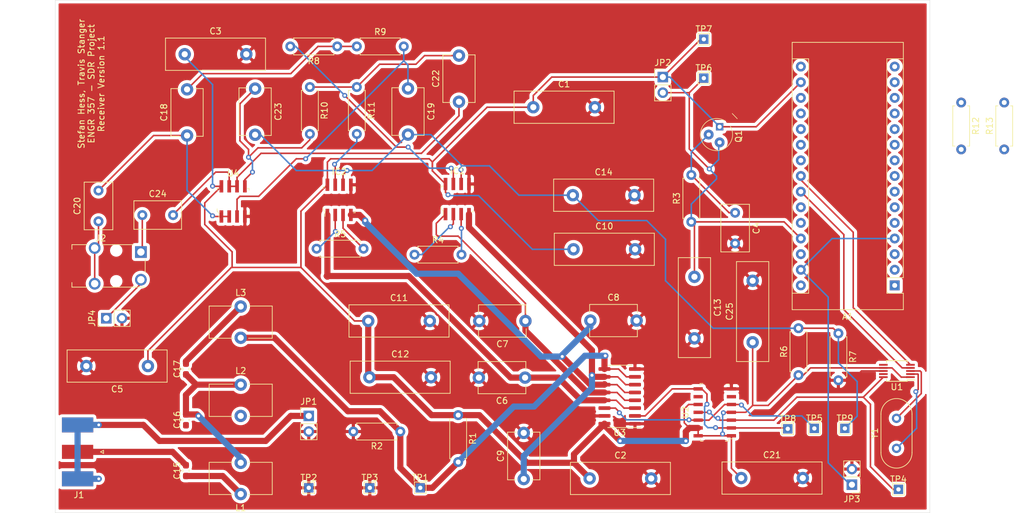
<source format=kicad_pcb>
(kicad_pcb (version 20171130) (host pcbnew "(5.1.5)-3")
  (layers (0 F.Cu signal) (31 B.Cu signal) (34 B.Paste user) (35 F.Paste user) (36 B.SilkS user) (37 F.SilkS user) (38 B.Mask user) (39 F.Mask user) (44 Edge.Cuts user))
  (net 0 "")
  (net 1 "Net-(A1-Pad1)")
  (net 2 +3V3)
  (net 3 "Net-(A1-Pad2)")
  (net 4 "Net-(A1-Pad18)")
  (net 5 "Net-(A1-Pad3)")
  (net 6 "Net-(A1-Pad19)")
  (net 7 "Net-(A1-Pad29)")
  (net 8 "Net-(A1-Pad20)")
  (net 9 "Net-(A1-Pad5)")
  (net 10 "Net-(A1-Pad21)")
  (net 11 "Net-(A1-Pad6)")
  (net 12 "Net-(A1-Pad22)")
  (net 13 "Net-(A1-Pad7)")
  (net 14 /SDA)
  (net 15 "Net-(A1-Pad8)")
  (net 16 /SCL)
  (net 17 "Net-(A1-Pad9)")
  (net 18 "Net-(A1-Pad25)")
  (net 19 "Net-(A1-Pad10)")
  (net 20 "Net-(A1-Pad26)")
  (net 21 "Net-(A1-Pad11)")
  (net 22 +5V)
  (net 23 "Net-(A1-Pad12)")
  (net 24 "Net-(A1-Pad28)")
  (net 25 "Net-(A1-Pad13)")
  (net 26 "Net-(A1-Pad14)")
  (net 27 "Net-(A1-Pad30)")
  (net 28 "Net-(A1-Pad15)")
  (net 29 "Net-(A1-Pad16)")
  (net 30 GND)
  (net 31 "Net-(C4-Pad1)")
  (net 32 /270)
  (net 33 /180)
  (net 34 /90)
  (net 35 /0)
  (net 36 /Ref_2.5)
  (net 37 "Net-(C15-Pad1)")
  (net 38 "Net-(C15-Pad2)")
  (net 39 "Net-(C16-Pad2)")
  (net 40 "Net-(C16-Pad1)")
  (net 41 "Net-(C17-Pad2)")
  (net 42 "Net-(C18-Pad1)")
  (net 43 "Net-(C18-Pad2)")
  (net 44 "Net-(C19-Pad1)")
  (net 45 /I_sig)
  (net 46 "Net-(C22-Pad2)")
  (net 47 "Net-(C22-Pad1)")
  (net 48 "Net-(C23-Pad1)")
  (net 49 /Q_sig)
  (net 50 "Net-(IC1-Pad3)")
  (net 51 /I_sig_O)
  (net 52 "Net-(IC1-Pad2)")
  (net 53 "Net-(IC2-Pad2)")
  (net 54 /Q_sig_O)
  (net 55 "Net-(IC2-Pad3)")
  (net 56 "Net-(J2-PadS)")
  (net 57 /GND_2.5)
  (net 58 "Net-(TP4-Pad1)")
  (net 59 /I_LO)
  (net 60 /Q_LO)
  (net 61 "Net-(U1-Pad2)")
  (net 62 "Net-(U1-Pad3)")
  (net 63 "Net-(U1-Pad6)")
  (net 64 "Net-(U1-Pad9)")
  (net 65 "Net-(U2-Pad6)")
  (net 66 "Net-(U2-Pad9)")
  (net 67 +4.3V_S)
  (module digikey-footprints:TO-18-3 (layer F.Cu) (at 154.0764 83.566 270)
    (fp_text reference Q1 (at 1.57 -3.6 270) (layer F.SilkS))
    (fp_text value 2N2222ACS-ND)
    (pad 1 thru_hole rect (at 0 -0.508 270) (size 1.2 1.2) (drill 0.68) (layers *.Cu *.Mask) (net 67 +4.3V_S))
    (pad 2 thru_hole circle (at 1.27 1.27 270) (size 1.6 1.6) (drill 0.68) (layers *.Cu *.Mask) (net 31 "Net-(C4-Pad1)"))
    (pad 3 thru_hole circle (at 2.54 -0.508 270) (size 1.6 1.6) (drill 0.68) (layers *.Cu *.Mask) (net 22 +5V))
  )
  (module Module:Arduino_Nano (layer F.Cu) (at 183.007 109.347 180)
    (fp_text reference A1 (at 7.62 -5.08 180) (layer F.SilkS))
    (fp_text value Arduino_Nano_v3.x)
    (pad 1 thru_hole rect (at 0 0 180) (size 1.6 1.6) (drill 0.8) (layers *.Cu *.Mask) (net 1 "Net-(A1-Pad1)"))
    (pad 17 thru_hole oval (at 15.24 33.02 180) (size 1.6 1.6) (drill 0.8) (layers *.Cu *.Mask) (net 2 +3V3))
    (pad 2 thru_hole oval (at 0 2.54 180) (size 1.6 1.6) (drill 0.8) (layers *.Cu *.Mask) (net 3 "Net-(A1-Pad2)"))
    (pad 18 thru_hole oval (at 15.24 30.48 180) (size 1.6 1.6) (drill 0.8) (layers *.Cu *.Mask) (net 4 "Net-(A1-Pad18)"))
    (pad 3 thru_hole oval (at 0 5.08 180) (size 1.6 1.6) (drill 0.8) (layers *.Cu *.Mask) (net 5 "Net-(A1-Pad3)"))
    (pad 19 thru_hole oval (at 15.24 27.94 180) (size 1.6 1.6) (drill 0.8) (layers *.Cu *.Mask) (net 6 "Net-(A1-Pad19)"))
    (pad 4 thru_hole oval (at 0 7.62 180) (size 1.6 1.6) (drill 0.8) (layers *.Cu *.Mask) (net 7 "Net-(A1-Pad29)"))
    (pad 20 thru_hole oval (at 15.24 25.4 180) (size 1.6 1.6) (drill 0.8) (layers *.Cu *.Mask) (net 8 "Net-(A1-Pad20)"))
    (pad 5 thru_hole oval (at 0 10.16 180) (size 1.6 1.6) (drill 0.8) (layers *.Cu *.Mask) (net 9 "Net-(A1-Pad5)"))
    (pad 21 thru_hole oval (at 15.24 22.86 180) (size 1.6 1.6) (drill 0.8) (layers *.Cu *.Mask) (net 10 "Net-(A1-Pad21)"))
    (pad 6 thru_hole oval (at 0 12.7 180) (size 1.6 1.6) (drill 0.8) (layers *.Cu *.Mask) (net 11 "Net-(A1-Pad6)"))
    (pad 22 thru_hole oval (at 15.24 20.32 180) (size 1.6 1.6) (drill 0.8) (layers *.Cu *.Mask) (net 12 "Net-(A1-Pad22)"))
    (pad 7 thru_hole oval (at 0 15.24 180) (size 1.6 1.6) (drill 0.8) (layers *.Cu *.Mask) (net 13 "Net-(A1-Pad7)"))
    (pad 23 thru_hole oval (at 15.24 17.78 180) (size 1.6 1.6) (drill 0.8) (layers *.Cu *.Mask) (net 14 /SDA))
    (pad 8 thru_hole oval (at 0 17.78 180) (size 1.6 1.6) (drill 0.8) (layers *.Cu *.Mask) (net 15 "Net-(A1-Pad8)"))
    (pad 24 thru_hole oval (at 15.24 15.24 180) (size 1.6 1.6) (drill 0.8) (layers *.Cu *.Mask) (net 16 /SCL))
    (pad 9 thru_hole oval (at 0 20.32 180) (size 1.6 1.6) (drill 0.8) (layers *.Cu *.Mask) (net 17 "Net-(A1-Pad9)"))
    (pad 25 thru_hole oval (at 15.24 12.7 180) (size 1.6 1.6) (drill 0.8) (layers *.Cu *.Mask) (net 18 "Net-(A1-Pad25)"))
    (pad 10 thru_hole oval (at 0 22.86 180) (size 1.6 1.6) (drill 0.8) (layers *.Cu *.Mask) (net 19 "Net-(A1-Pad10)"))
    (pad 26 thru_hole oval (at 15.24 10.16 180) (size 1.6 1.6) (drill 0.8) (layers *.Cu *.Mask) (net 20 "Net-(A1-Pad26)"))
    (pad 11 thru_hole oval (at 0 25.4 180) (size 1.6 1.6) (drill 0.8) (layers *.Cu *.Mask) (net 21 "Net-(A1-Pad11)"))
    (pad 27 thru_hole oval (at 15.24 7.62 180) (size 1.6 1.6) (drill 0.8) (layers *.Cu *.Mask) (net 22 +5V))
    (pad 12 thru_hole oval (at 0 27.94 180) (size 1.6 1.6) (drill 0.8) (layers *.Cu *.Mask) (net 23 "Net-(A1-Pad12)"))
    (pad 28 thru_hole oval (at 15.24 5.08 180) (size 1.6 1.6) (drill 0.8) (layers *.Cu *.Mask) (net 24 "Net-(A1-Pad28)"))
    (pad 13 thru_hole oval (at 0 30.48 180) (size 1.6 1.6) (drill 0.8) (layers *.Cu *.Mask) (net 25 "Net-(A1-Pad13)"))
    (pad 29 thru_hole oval (at 15.24 2.54 180) (size 1.6 1.6) (drill 0.8) (layers *.Cu *.Mask) (net 7 "Net-(A1-Pad29)"))
    (pad 14 thru_hole oval (at 0 33.02 180) (size 1.6 1.6) (drill 0.8) (layers *.Cu *.Mask) (net 26 "Net-(A1-Pad14)"))
    (pad 30 thru_hole oval (at 15.24 0 180) (size 1.6 1.6) (drill 0.8) (layers *.Cu *.Mask) (net 27 "Net-(A1-Pad30)"))
    (pad 15 thru_hole oval (at 0 35.56 180) (size 1.6 1.6) (drill 0.8) (layers *.Cu *.Mask) (net 28 "Net-(A1-Pad15)"))
    (pad 16 thru_hole oval (at 15.24 35.56 180) (size 1.6 1.6) (drill 0.8) (layers *.Cu *.Mask) (net 29 "Net-(A1-Pad16)"))
  )
  (module Capacitor_THT:C_Disc_D16.0mm_W5.0mm_P10.00mm (layer F.Cu) (at 124.333 80.391)
    (fp_text reference C1 (at 5 -3.75) (layer F.SilkS))
    (fp_text value .1u)
    (pad 1 thru_hole circle (at 0 0) (size 2 2) (drill 1) (layers *.Cu *.Mask) (net 2 +3V3))
    (pad 2 thru_hole circle (at 10 0) (size 2 2) (drill 1) (layers *.Cu *.Mask) (net 30 GND))
  )
  (module Capacitor_THT:C_Disc_D16.0mm_W5.0mm_P10.00mm (layer F.Cu) (at 133.477 140.716)
    (fp_text reference C2 (at 5 -3.75) (layer F.SilkS))
    (fp_text value .1u)
    (pad 1 thru_hole circle (at 0 0) (size 2 2) (drill 1) (layers *.Cu *.Mask) (net 2 +3V3))
    (pad 2 thru_hole circle (at 10 0) (size 2 2) (drill 1) (layers *.Cu *.Mask) (net 30 GND))
  )
  (module Capacitor_THT:C_Disc_D16.0mm_W5.0mm_P10.00mm (layer F.Cu) (at 67.7418 71.7804)
    (fp_text reference C3 (at 5 -3.75) (layer F.SilkS))
    (fp_text value .1u)
    (pad 2 thru_hole circle (at 10 0) (size 2 2) (drill 1) (layers *.Cu *.Mask) (net 30 GND))
    (pad 1 thru_hole circle (at 0 0) (size 2 2) (drill 1) (layers *.Cu *.Mask) (net 2 +3V3))
  )
  (module Capacitor_THT:C_Disc_D7.5mm_W4.4mm_P5.00mm (layer F.Cu) (at 157.099 97.536 270)
    (fp_text reference C4 (at 2.5 -3.45 270) (layer F.SilkS))
    (fp_text value 10u)
    (pad 1 thru_hole circle (at 0 0 270) (size 1.6 1.6) (drill 0.8) (layers *.Cu *.Mask) (net 31 "Net-(C4-Pad1)"))
    (pad 2 thru_hole circle (at 5 0 270) (size 1.6 1.6) (drill 0.8) (layers *.Cu *.Mask) (net 30 GND))
  )
  (module Capacitor_THT:C_Disc_D16.0mm_W5.0mm_P10.00mm (layer F.Cu) (at 61.7728 122.4534 180)
    (fp_text reference C5 (at 5 -3.75) (layer F.SilkS))
    (fp_text value .1u)
    (pad 2 thru_hole circle (at 10 0 180) (size 2 2) (drill 1) (layers *.Cu *.Mask) (net 30 GND))
    (pad 1 thru_hole circle (at 0 0 180) (size 2 2) (drill 1) (layers *.Cu *.Mask) (net 67 +4.3V_S))
  )
  (module Capacitor_THT:C_Disc_D7.5mm_W5.0mm_P7.50mm (layer F.Cu) (at 122.9995 124.333 180)
    (fp_text reference C6 (at 3.75 -3.75 180) (layer F.SilkS))
    (fp_text value 750p)
    (pad 1 thru_hole circle (at 0 0 180) (size 2 2) (drill 1) (layers *.Cu *.Mask) (net 32 /270))
    (pad 2 thru_hole circle (at 7.5 0 180) (size 2 2) (drill 1) (layers *.Cu *.Mask) (net 30 GND))
  )
  (module Capacitor_THT:C_Disc_D7.5mm_W5.0mm_P7.50mm (layer F.Cu) (at 123.063 115.1255 180)
    (fp_text reference C7 (at 3.75 -3.75 180) (layer F.SilkS))
    (fp_text value 750p)
    (pad 2 thru_hole circle (at 7.5 0 180) (size 2 2) (drill 1) (layers *.Cu *.Mask) (net 30 GND))
    (pad 1 thru_hole circle (at 0 0 180) (size 2 2) (drill 1) (layers *.Cu *.Mask) (net 33 /180))
  )
  (module Capacitor_THT:C_Disc_D7.5mm_W5.0mm_P7.50mm (layer F.Cu) (at 133.604 115.062)
    (fp_text reference C8 (at 3.75 -3.75) (layer F.SilkS))
    (fp_text value 750p)
    (pad 1 thru_hole circle (at 0 0) (size 2 2) (drill 1) (layers *.Cu *.Mask) (net 34 /90))
    (pad 2 thru_hole circle (at 7.5 0) (size 2 2) (drill 1) (layers *.Cu *.Mask) (net 30 GND))
  )
  (module Capacitor_THT:C_Disc_D7.5mm_W5.0mm_P7.50mm (layer F.Cu) (at 122.7836 140.8176 90)
    (fp_text reference C9 (at 3.75 -3.75 90) (layer F.SilkS))
    (fp_text value 750p)
    (pad 2 thru_hole circle (at 7.5 0 90) (size 2 2) (drill 1) (layers *.Cu *.Mask) (net 30 GND))
    (pad 1 thru_hole circle (at 0 0 90) (size 2 2) (drill 1) (layers *.Cu *.Mask) (net 35 /0))
  )
  (module Capacitor_THT:C_Disc_D16.0mm_W5.0mm_P10.00mm (layer F.Cu) (at 130.8608 103.4796)
    (fp_text reference C10 (at 5 -3.75) (layer F.SilkS))
    (fp_text value .1u)
    (pad 1 thru_hole circle (at 0 0) (size 2 2) (drill 1) (layers *.Cu *.Mask) (net 67 +4.3V_S))
    (pad 2 thru_hole circle (at 10 0) (size 2 2) (drill 1) (layers *.Cu *.Mask) (net 30 GND))
  )
  (module Capacitor_THT:C_Disc_D16.0mm_W5.0mm_P10.00mm (layer F.Cu) (at 97.536 115.1255)
    (fp_text reference C11 (at 5 -3.75) (layer F.SilkS))
    (fp_text value .1u)
    (pad 2 thru_hole circle (at 10 0) (size 2 2) (drill 1) (layers *.Cu *.Mask) (net 30 GND))
    (pad 1 thru_hole circle (at 0 0) (size 2 2) (drill 1) (layers *.Cu *.Mask) (net 67 +4.3V_S))
  )
  (module Capacitor_THT:C_Disc_D16.0mm_W5.0mm_P10.00mm (layer F.Cu) (at 97.7265 124.2695)
    (fp_text reference C12 (at 5 -3.75) (layer F.SilkS))
    (fp_text value .1u)
    (pad 1 thru_hole circle (at 0 0) (size 2 2) (drill 1) (layers *.Cu *.Mask) (net 2 +3V3))
    (pad 2 thru_hole circle (at 10 0) (size 2 2) (drill 1) (layers *.Cu *.Mask) (net 30 GND))
  )
  (module Capacitor_THT:C_Disc_D16.0mm_W5.0mm_P10.00mm (layer F.Cu) (at 150.495 107.95 270)
    (fp_text reference C13 (at 5 -3.75 270) (layer F.SilkS))
    (fp_text value .1u)
    (pad 2 thru_hole circle (at 10 0 270) (size 2 2) (drill 1) (layers *.Cu *.Mask) (net 30 GND))
    (pad 1 thru_hole circle (at 0 0 270) (size 2 2) (drill 1) (layers *.Cu *.Mask) (net 22 +5V))
  )
  (module Capacitor_THT:C_Disc_D16.0mm_W5.0mm_P10.00mm (layer F.Cu) (at 130.7592 94.6912)
    (fp_text reference C14 (at 5 -3.75) (layer F.SilkS))
    (fp_text value .1u)
    (pad 2 thru_hole circle (at 10 0) (size 2 2) (drill 1) (layers *.Cu *.Mask) (net 30 GND))
    (pad 1 thru_hole circle (at 0 0) (size 2 2) (drill 1) (layers *.Cu *.Mask) (net 36 /Ref_2.5))
  )
  (module Capacitor_SMD:C_0603_1608Metric_Pad1.05x0.95mm_HandSolder (layer F.Cu) (at 67.945 139.446 90)
    (fp_text reference C15 (at 0 -1.43 90) (layer F.SilkS))
    (fp_text value 4.3n)
    (pad 1 smd roundrect (at -0.875 0 90) (size 1.05 0.95) (layers F.Cu F.Paste F.Mask) (net 37 "Net-(C15-Pad1)"))
    (pad 2 smd roundrect (at 0.875 0 90) (size 1.05 0.95) (layers F.Cu F.Paste F.Mask) (net 38 "Net-(C15-Pad2)"))
  )
  (module Capacitor_SMD:C_0603_1608Metric_Pad1.05x0.95mm_HandSolder (layer F.Cu) (at 67.945 131.191 90)
    (fp_text reference C16 (at 0 -1.43 90) (layer F.SilkS))
    (fp_text value 5.1n)
    (pad 2 smd roundrect (at 0.875 0 90) (size 1.05 0.95) (layers F.Cu F.Paste F.Mask) (net 39 "Net-(C16-Pad2)"))
    (pad 1 smd roundrect (at -0.875 0 90) (size 1.05 0.95) (layers F.Cu F.Paste F.Mask) (net 40 "Net-(C16-Pad1)"))
  )
  (module Capacitor_SMD:C_0603_1608Metric_Pad1.05x0.95mm_HandSolder (layer F.Cu) (at 67.945 122.936 90)
    (fp_text reference C17 (at 0 -1.43 90) (layer F.SilkS))
    (fp_text value 4.3n)
    (pad 1 smd roundrect (at -0.875 0 90) (size 1.05 0.95) (layers F.Cu F.Paste F.Mask) (net 39 "Net-(C16-Pad2)"))
    (pad 2 smd roundrect (at 0.875 0 90) (size 1.05 0.95) (layers F.Cu F.Paste F.Mask) (net 41 "Net-(C17-Pad2)"))
  )
  (module Capacitor_THT:C_Disc_D7.5mm_W5.0mm_P7.50mm (layer F.Cu) (at 68.1228 84.9884 90)
    (fp_text reference C18 (at 3.75 -3.75 90) (layer F.SilkS))
    (fp_text value 220p)
    (pad 1 thru_hole circle (at 0 0 90) (size 2 2) (drill 1) (layers *.Cu *.Mask) (net 42 "Net-(C18-Pad1)"))
    (pad 2 thru_hole circle (at 7.5 0 90) (size 2 2) (drill 1) (layers *.Cu *.Mask) (net 43 "Net-(C18-Pad2)"))
  )
  (module Capacitor_THT:C_Disc_D7.5mm_W5.0mm_P7.50mm (layer F.Cu) (at 103.9876 77.343 270)
    (fp_text reference C19 (at 3.75 -3.75 270) (layer F.SilkS))
    (fp_text value 100p)
    (pad 2 thru_hole circle (at 7.5 0 270) (size 2 2) (drill 1) (layers *.Cu *.Mask) (net 36 /Ref_2.5))
    (pad 1 thru_hole circle (at 0 0 270) (size 2 2) (drill 1) (layers *.Cu *.Mask) (net 44 "Net-(C19-Pad1)"))
  )
  (module Capacitor_THT:C_Disc_D7.5mm_W4.4mm_P5.00mm (layer F.Cu) (at 53.7464 98.933 90)
    (fp_text reference C20 (at 2.5 -3.45 90) (layer F.SilkS))
    (fp_text value 10u)
    (pad 1 thru_hole circle (at 0 0 90) (size 1.6 1.6) (drill 0.8) (layers *.Cu *.Mask) (net 45 /I_sig))
    (pad 2 thru_hole circle (at 5 0 90) (size 1.6 1.6) (drill 0.8) (layers *.Cu *.Mask) (net 42 "Net-(C18-Pad1)"))
  )
  (module Capacitor_THT:C_Disc_D16.0mm_W5.0mm_P10.00mm (layer F.Cu) (at 158.0896 140.6525)
    (fp_text reference C21 (at 5 -3.75) (layer F.SilkS))
    (fp_text value .1u)
    (pad 1 thru_hole circle (at 0 0) (size 2 2) (drill 1) (layers *.Cu *.Mask) (net 67 +4.3V_S))
    (pad 2 thru_hole circle (at 10 0) (size 2 2) (drill 1) (layers *.Cu *.Mask) (net 30 GND))
  )
  (module Capacitor_THT:C_Disc_D7.5mm_W5.0mm_P7.50mm (layer F.Cu) (at 112.268 79.502 90)
    (fp_text reference C22 (at 3.75 -3.75 90) (layer F.SilkS))
    (fp_text value 220p)
    (pad 2 thru_hole circle (at 7.5 0 90) (size 2 2) (drill 1) (layers *.Cu *.Mask) (net 46 "Net-(C22-Pad2)"))
    (pad 1 thru_hole circle (at 0 0 90) (size 2 2) (drill 1) (layers *.Cu *.Mask) (net 47 "Net-(C22-Pad1)"))
  )
  (module Capacitor_THT:C_Disc_D7.5mm_W5.0mm_P7.50mm (layer F.Cu) (at 79.1718 77.3684 270)
    (fp_text reference C23 (at 3.75 -3.75 270) (layer F.SilkS))
    (fp_text value 100p)
    (pad 1 thru_hole circle (at 0 0 270) (size 2 2) (drill 1) (layers *.Cu *.Mask) (net 48 "Net-(C23-Pad1)"))
    (pad 2 thru_hole circle (at 7.5 0 270) (size 2 2) (drill 1) (layers *.Cu *.Mask) (net 36 /Ref_2.5))
  )
  (module Capacitor_THT:C_Disc_D7.5mm_W4.4mm_P5.00mm (layer F.Cu) (at 60.8584 97.917)
    (fp_text reference C24 (at 2.5 -3.45) (layer F.SilkS))
    (fp_text value 10u)
    (pad 2 thru_hole circle (at 5 0) (size 1.6 1.6) (drill 0.8) (layers *.Cu *.Mask) (net 47 "Net-(C22-Pad1)"))
    (pad 1 thru_hole circle (at 0 0) (size 1.6 1.6) (drill 0.8) (layers *.Cu *.Mask) (net 49 /Q_sig))
  )
  (module digikey-footprints:SOIC-8_W3.9mm (layer F.Cu) (at 111.9886 95.3135)
    (fp_text reference IC1 (at 0.01778 -4.56946) (layer F.SilkS))
    (fp_text value INA821ID)
    (pad 3 smd rect (at 0.635 2.45) (size 0.6 2) (layers F.Cu F.Paste F.Mask) (net 50 "Net-(IC1-Pad3)"))
    (pad 8 smd rect (at -1.905 -2.45) (size 0.6 2) (layers F.Cu F.Paste F.Mask) (net 67 +4.3V_S))
    (pad 7 smd rect (at -0.635 -2.45) (size 0.6 2) (layers F.Cu F.Paste F.Mask) (net 51 /I_sig_O))
    (pad 6 smd rect (at 0.635 -2.45) (size 0.6 2) (layers F.Cu F.Paste F.Mask) (net 36 /Ref_2.5))
    (pad 5 smd rect (at 1.905 -2.45) (size 0.6 2) (layers F.Cu F.Paste F.Mask) (net 30 GND))
    (pad 4 smd rect (at 1.905 2.45) (size 0.6 2) (layers F.Cu F.Paste F.Mask) (net 35 /0))
    (pad 2 smd rect (at -0.635 2.45) (size 0.6 2) (layers F.Cu F.Paste F.Mask) (net 52 "Net-(IC1-Pad2)"))
    (pad 1 smd rect (at -1.905 2.45) (size 0.6 2) (layers F.Cu F.Paste F.Mask) (net 33 /180))
  )
  (module digikey-footprints:SOIC-8_W3.9mm (layer F.Cu) (at 92.8116 95.4405)
    (fp_text reference IC2 (at 0.01778 -4.56946) (layer F.SilkS))
    (fp_text value INA821ID)
    (pad 1 smd rect (at -1.905 2.45) (size 0.6 2) (layers F.Cu F.Paste F.Mask) (net 32 /270))
    (pad 2 smd rect (at -0.635 2.45) (size 0.6 2) (layers F.Cu F.Paste F.Mask) (net 53 "Net-(IC2-Pad2)"))
    (pad 4 smd rect (at 1.905 2.45) (size 0.6 2) (layers F.Cu F.Paste F.Mask) (net 34 /90))
    (pad 5 smd rect (at 1.905 -2.45) (size 0.6 2) (layers F.Cu F.Paste F.Mask) (net 30 GND))
    (pad 6 smd rect (at 0.635 -2.45) (size 0.6 2) (layers F.Cu F.Paste F.Mask) (net 36 /Ref_2.5))
    (pad 7 smd rect (at -0.635 -2.45) (size 0.6 2) (layers F.Cu F.Paste F.Mask) (net 54 /Q_sig_O))
    (pad 8 smd rect (at -1.905 -2.45) (size 0.6 2) (layers F.Cu F.Paste F.Mask) (net 67 +4.3V_S))
    (pad 3 smd rect (at 0.635 2.45) (size 0.6 2) (layers F.Cu F.Paste F.Mask) (net 55 "Net-(IC2-Pad3)"))
  )
  (module Connector_Coaxial:SMA_Molex_73251-1153_EdgeMount_Horizontal (layer F.Cu) (at 52.07 136.398)
    (fp_text reference J1 (at -1.5 7) (layer F.SilkS))
    (fp_text value "Input (From Antenna)")
    (pad 1 smd rect (at -1.72 0) (size 5.08 2.29) (layers F.Cu F.Paste F.Mask) (net 38 "Net-(C15-Pad2)"))
    (pad 2 smd rect (at -1.72 -4.38) (size 5.08 2.42) (layers F.Cu F.Paste F.Mask) (net 40 "Net-(C16-Pad1)"))
    (pad 2 smd rect (at -1.72 4.38) (size 5.08 2.42) (layers F.Cu F.Paste F.Mask) (net 40 "Net-(C16-Pad1)"))
    (pad 2 smd rect (at -1.72 -4.38) (size 5.08 2.42) (layers B.Cu B.Paste B.Mask) (net 40 "Net-(C16-Pad1)"))
    (pad 2 smd rect (at -1.72 4.38) (size 5.08 2.42) (layers B.Cu B.Paste B.Mask) (net 40 "Net-(C16-Pad1)"))
    (pad 2 thru_hole circle (at 1.72 -4.38) (size 0.97 0.97) (drill 0.46) (layers *.Cu) (net 40 "Net-(C16-Pad1)"))
    (pad 2 thru_hole circle (at 1.72 4.38) (size 0.97 0.97) (drill 0.46) (layers *.Cu) (net 40 "Net-(C16-Pad1)"))
    (pad 2 smd rect (at 1.27 -4.38) (size 0.95 0.46) (layers F.Cu) (net 40 "Net-(C16-Pad1)"))
    (pad 2 smd rect (at 1.27 4.38) (size 0.95 0.46) (layers F.Cu) (net 40 "Net-(C16-Pad1)"))
    (pad 2 smd rect (at 1.27 -4.38) (size 0.95 0.46) (layers B.Cu) (net 40 "Net-(C16-Pad1)"))
    (pad 2 smd rect (at 1.27 4.38) (size 0.95 0.46) (layers B.Cu) (net 40 "Net-(C16-Pad1)"))
  )
  (module Connector_Audio:Jack_3.5mm_Switronic_ST-005-G_horizontal (layer F.Cu) (at 54.1274 106.172)
    (fp_text reference J2 (at 0 -4.5) (layer F.SilkS))
    (fp_text value "Aux. Out (to comp.)")
    (pad T thru_hole circle (at -1 -2.9) (size 1.9 1.9) (drill 1.2) (layers *.Cu *.Mask) (net 45 /I_sig))
    (pad T thru_hole circle (at -1 2.9) (size 1.9 1.9) (drill 1.2) (layers *.Cu *.Mask) (net 45 /I_sig))
    (pad R thru_hole rect (at 6.5 -2.25) (size 1.9 1.9) (drill 1.2) (layers *.Cu *.Mask) (net 49 /Q_sig))
    (pad S thru_hole circle (at 6.5 2.25) (size 1.9 1.9) (drill 1.2) (layers *.Cu *.Mask) (net 56 "Net-(J2-PadS)"))
    (pad "" np_thru_hole circle (at 2.5 2.5) (size 1 1) (drill 1) (layers *.Cu *.Mask))
    (pad "" np_thru_hole circle (at 2.5 -2.5) (size 1 1) (drill 1) (layers *.Cu *.Mask))
  )
  (module Connector_PinHeader_2.54mm:PinHeader_1x02_P2.54mm_Vertical (layer F.Cu) (at 87.884 130.556)
    (fp_text reference JP1 (at 0 -2.33) (layer F.SilkS))
    (fp_text value Input_GND)
    (pad 2 thru_hole oval (at 0 2.54) (size 1.7 1.7) (drill 1) (layers *.Cu *.Mask) (net 30 GND))
    (pad 1 thru_hole rect (at 0 0) (size 1.7 1.7) (drill 1) (layers *.Cu *.Mask) (net 40 "Net-(C16-Pad1)"))
  )
  (module Connector_PinHeader_2.54mm:PinHeader_1x02_P2.54mm_Vertical (layer F.Cu) (at 145.3642 75.4888)
    (fp_text reference JP2 (at 0 -2.33) (layer F.SilkS))
    (fp_text value Smooth_4.3)
    (pad 2 thru_hole oval (at 0 2.54) (size 1.7 1.7) (drill 1) (layers *.Cu *.Mask) (net 22 +5V))
    (pad 1 thru_hole rect (at 0 0) (size 1.7 1.7) (drill 1) (layers *.Cu *.Mask) (net 67 +4.3V_S))
  )
  (module Connector_PinHeader_2.54mm:PinHeader_1x02_P2.54mm_Vertical (layer F.Cu) (at 176.0601 141.732 180)
    (fp_text reference JP3 (at 0 -2.33 180) (layer F.SilkS))
    (fp_text value Ard_GND)
    (pad 2 thru_hole oval (at 0 2.54 180) (size 1.7 1.7) (drill 1) (layers *.Cu *.Mask) (net 30 GND))
    (pad 1 thru_hole rect (at 0 0 180) (size 1.7 1.7) (drill 1) (layers *.Cu *.Mask) (net 7 "Net-(A1-Pad29)"))
  )
  (module Connector_PinHeader_2.54mm:PinHeader_1x02_P2.54mm_Vertical (layer F.Cu) (at 55.0164 114.681 90)
    (fp_text reference JP4 (at 0 -2.33 90) (layer F.SilkS))
    (fp_text value Aux_GND)
    (pad 1 thru_hole rect (at 0 0 90) (size 1.7 1.7) (drill 1) (layers *.Cu *.Mask) (net 56 "Net-(J2-PadS)"))
    (pad 2 thru_hole oval (at 0 2.54 90) (size 1.7 1.7) (drill 1) (layers *.Cu *.Mask) (net 30 GND))
  )
  (module Inductor_THT:L_Toroid_Vertical_L10.0mm_W5.0mm_P5.08mm (layer F.Cu) (at 76.835 143.256 180)
    (fp_text reference L1 (at 0 -2.25 180) (layer F.SilkS))
    (fp_text value 6.2u)
    (pad 1 thru_hole circle (at 0 0 180) (size 2 2) (drill 1) (layers *.Cu *.Mask) (net 37 "Net-(C15-Pad1)"))
    (pad 2 thru_hole circle (at 0 5.08 180) (size 2 2) (drill 1) (layers *.Cu *.Mask) (net 39 "Net-(C16-Pad2)"))
  )
  (module Inductor_THT:L_Toroid_Vertical_L10.0mm_W5.0mm_P5.08mm (layer F.Cu) (at 76.835 125.476)
    (fp_text reference L2 (at 0 -2.25) (layer F.SilkS))
    (fp_text value 5.1u)
    (pad 2 thru_hole circle (at 0 5.08) (size 2 2) (drill 1) (layers *.Cu *.Mask) (net 40 "Net-(C16-Pad1)"))
    (pad 1 thru_hole circle (at 0 0) (size 2 2) (drill 1) (layers *.Cu *.Mask) (net 39 "Net-(C16-Pad2)"))
  )
  (module Inductor_THT:L_Toroid_Vertical_L10.0mm_W5.0mm_P5.08mm (layer F.Cu) (at 76.835 112.776)
    (fp_text reference L3 (at 0 -2.25) (layer F.SilkS))
    (fp_text value 6.2u)
    (pad 1 thru_hole circle (at 0 0) (size 2 2) (drill 1) (layers *.Cu *.Mask) (net 41 "Net-(C17-Pad2)"))
    (pad 2 thru_hole circle (at 0 5.08) (size 2 2) (drill 1) (layers *.Cu *.Mask) (net 57 /GND_2.5))
  )
  (module Resistor_THT:R_Axial_DIN0207_L6.3mm_D2.5mm_P7.62mm_Horizontal (layer F.Cu) (at 112.141 130.429 270)
    (fp_text reference R1 (at 3.81 -2.37 270) (layer F.SilkS))
    (fp_text value 10k)
    (pad 1 thru_hole circle (at 0 0 270) (size 1.6 1.6) (drill 0.8) (layers *.Cu *.Mask) (net 67 +4.3V_S))
    (pad 2 thru_hole oval (at 7.62 0 270) (size 1.6 1.6) (drill 0.8) (layers *.Cu *.Mask) (net 57 /GND_2.5))
  )
  (module Resistor_THT:R_Axial_DIN0207_L6.3mm_D2.5mm_P7.62mm_Horizontal (layer F.Cu) (at 102.743 133.096 180)
    (fp_text reference R2 (at 3.81 -2.37 180) (layer F.SilkS))
    (fp_text value 10k)
    (pad 2 thru_hole oval (at 7.62 0 180) (size 1.6 1.6) (drill 0.8) (layers *.Cu *.Mask) (net 30 GND))
    (pad 1 thru_hole circle (at 0 0 180) (size 1.6 1.6) (drill 0.8) (layers *.Cu *.Mask) (net 57 /GND_2.5))
  )
  (module Resistor_THT:R_Axial_DIN0207_L6.3mm_D2.5mm_P7.62mm_Horizontal (layer F.Cu) (at 149.987 99.0219 90)
    (fp_text reference R3 (at 3.81 -2.37 90) (layer F.SilkS))
    (fp_text value 1k)
    (pad 1 thru_hole circle (at 0 0 90) (size 1.6 1.6) (drill 0.8) (layers *.Cu *.Mask) (net 22 +5V))
    (pad 2 thru_hole oval (at 7.62 0 90) (size 1.6 1.6) (drill 0.8) (layers *.Cu *.Mask) (net 31 "Net-(C4-Pad1)"))
  )
  (module Resistor_THT:R_Axial_DIN0207_L6.3mm_D2.5mm_P7.62mm_Horizontal (layer F.Cu) (at 105.0544 104.3432)
    (fp_text reference R4 (at 3.81 -2.37 180) (layer F.SilkS))
    (fp_text value 100)
    (pad 1 thru_hole circle (at 0 0) (size 1.6 1.6) (drill 0.8) (layers *.Cu *.Mask) (net 52 "Net-(IC1-Pad2)"))
    (pad 2 thru_hole oval (at 7.62 0) (size 1.6 1.6) (drill 0.8) (layers *.Cu *.Mask) (net 50 "Net-(IC1-Pad3)"))
  )
  (module Resistor_THT:R_Axial_DIN0207_L6.3mm_D2.5mm_P7.62mm_Horizontal (layer F.Cu) (at 89.154 103.378)
    (fp_text reference R5 (at 3.81 -2.37) (layer F.SilkS))
    (fp_text value 100)
    (pad 2 thru_hole oval (at 7.62 0) (size 1.6 1.6) (drill 0.8) (layers *.Cu *.Mask) (net 55 "Net-(IC2-Pad3)"))
    (pad 1 thru_hole circle (at 0 0) (size 1.6 1.6) (drill 0.8) (layers *.Cu *.Mask) (net 53 "Net-(IC2-Pad2)"))
  )
  (module Resistor_THT:R_Axial_DIN0207_L6.3mm_D2.5mm_P7.62mm_Horizontal (layer F.Cu) (at 167.386 123.9266 90)
    (fp_text reference R6 (at 3.81 -2.37 90) (layer F.SilkS))
    (fp_text value 1k)
    (pad 2 thru_hole oval (at 7.62 0 90) (size 1.6 1.6) (drill 0.8) (layers *.Cu *.Mask) (net 36 /Ref_2.5))
    (pad 1 thru_hole circle (at 0 0 90) (size 1.6 1.6) (drill 0.8) (layers *.Cu *.Mask) (net 67 +4.3V_S))
  )
  (module Resistor_THT:R_Axial_DIN0207_L6.3mm_D2.5mm_P7.62mm_Horizontal (layer F.Cu) (at 173.863 117.1448 270)
    (fp_text reference R7 (at 3.81 -2.37 270) (layer F.SilkS))
    (fp_text value 1k)
    (pad 1 thru_hole circle (at 0 0 270) (size 1.6 1.6) (drill 0.8) (layers *.Cu *.Mask) (net 36 /Ref_2.5))
    (pad 2 thru_hole oval (at 7.62 0 270) (size 1.6 1.6) (drill 0.8) (layers *.Cu *.Mask) (net 30 GND))
  )
  (module Resistor_THT:R_Axial_DIN0207_L6.3mm_D2.5mm_P7.62mm_Horizontal (layer F.Cu) (at 92.5068 70.5104 180)
    (fp_text reference R8 (at 3.81 -2.37 180) (layer F.SilkS))
    (fp_text value 8.2k)
    (pad 2 thru_hole oval (at 7.62 0 180) (size 1.6 1.6) (drill 0.8) (layers *.Cu *.Mask) (net 51 /I_sig_O))
    (pad 1 thru_hole circle (at 0 0 180) (size 1.6 1.6) (drill 0.8) (layers *.Cu *.Mask) (net 43 "Net-(C18-Pad2)"))
  )
  (module Resistor_THT:R_Axial_DIN0207_L6.3mm_D2.5mm_P7.62mm_Horizontal (layer F.Cu) (at 95.6818 70.5104)
    (fp_text reference R9 (at 3.81 -2.37) (layer F.SilkS))
    (fp_text value 15k)
    (pad 1 thru_hole circle (at 0 0) (size 1.6 1.6) (drill 0.8) (layers *.Cu *.Mask) (net 43 "Net-(C18-Pad2)"))
    (pad 2 thru_hole oval (at 7.62 0) (size 1.6 1.6) (drill 0.8) (layers *.Cu *.Mask) (net 44 "Net-(C19-Pad1)"))
  )
  (module Resistor_THT:R_Axial_DIN0207_L6.3mm_D2.5mm_P7.62mm_Horizontal (layer F.Cu) (at 88.0618 77.1144 270)
    (fp_text reference R10 (at 3.81 -2.37 270) (layer F.SilkS))
    (fp_text value 15k)
    (pad 2 thru_hole oval (at 7.62 0 270) (size 1.6 1.6) (drill 0.8) (layers *.Cu *.Mask) (net 48 "Net-(C23-Pad1)"))
    (pad 1 thru_hole circle (at 0 0 270) (size 1.6 1.6) (drill 0.8) (layers *.Cu *.Mask) (net 46 "Net-(C22-Pad2)"))
  )
  (module Resistor_THT:R_Axial_DIN0207_L6.3mm_D2.5mm_P7.62mm_Horizontal (layer F.Cu) (at 95.6818 77.1144 270)
    (fp_text reference R11 (at 3.81 -2.37 270) (layer F.SilkS))
    (fp_text value 8.2k)
    (pad 1 thru_hole circle (at 0 0 270) (size 1.6 1.6) (drill 0.8) (layers *.Cu *.Mask) (net 46 "Net-(C22-Pad2)"))
    (pad 2 thru_hole oval (at 7.62 0 270) (size 1.6 1.6) (drill 0.8) (layers *.Cu *.Mask) (net 54 /Q_sig_O))
  )
  (module TestPoint:TestPoint_THTPad_1.5x1.5mm_Drill0.7mm (layer F.Cu) (at 105.9815 142.24)
    (fp_text reference TP1 (at 0 -1.648) (layer F.SilkS))
    (fp_text value GND_2.5)
    (pad 1 thru_hole rect (at 0 0) (size 1.5 1.5) (drill 0.7) (layers *.Cu *.Mask) (net 57 /GND_2.5))
  )
  (module TestPoint:TestPoint_THTPad_1.5x1.5mm_Drill0.7mm (layer F.Cu) (at 87.884 142.24)
    (fp_text reference TP2 (at 0 -1.648) (layer F.SilkS))
    (fp_text value GND_Pt)
    (pad 1 thru_hole rect (at 0 0) (size 1.5 1.5) (drill 0.7) (layers *.Cu *.Mask) (net 30 GND))
  )
  (module TestPoint:TestPoint_THTPad_1.5x1.5mm_Drill0.7mm (layer F.Cu) (at 97.79 142.24)
    (fp_text reference TP3 (at 0 -1.648) (layer F.SilkS))
    (fp_text value GND_Pt)
    (pad 1 thru_hole rect (at 0 0) (size 1.5 1.5) (drill 0.7) (layers *.Cu *.Mask) (net 30 GND))
  )
  (module TestPoint:TestPoint_THTPad_1.5x1.5mm_Drill0.7mm (layer F.Cu) (at 183.6166 142.494)
    (fp_text reference TP4 (at 0 -1.648) (layer F.SilkS))
    (fp_text value Clk0)
    (pad 1 thru_hole rect (at 0 0) (size 1.5 1.5) (drill 0.7) (layers *.Cu *.Mask) (net 58 "Net-(TP4-Pad1)"))
  )
  (module TestPoint:TestPoint_THTPad_1.5x1.5mm_Drill0.7mm (layer F.Cu) (at 169.9641 132.588)
    (fp_text reference TP5 (at 0 -1.648) (layer F.SilkS))
    (fp_text value I_LO)
    (pad 1 thru_hole rect (at 0 0) (size 1.5 1.5) (drill 0.7) (layers *.Cu *.Mask) (net 59 /I_LO))
  )
  (module TestPoint:TestPoint_THTPad_1.5x1.5mm_Drill0.7mm (layer F.Cu) (at 152.019 75.6666)
    (fp_text reference TP6 (at 0 -1.648) (layer F.SilkS))
    (fp_text value +5V)
    (pad 1 thru_hole rect (at 0 0) (size 1.5 1.5) (drill 0.7) (layers *.Cu *.Mask) (net 22 +5V))
  )
  (module TestPoint:TestPoint_THTPad_1.5x1.5mm_Drill0.7mm (layer F.Cu) (at 152.019 69.342)
    (fp_text reference TP7 (at 0 -1.648) (layer F.SilkS))
    (fp_text value +4.3V)
    (pad 1 thru_hole rect (at 0 0) (size 1.5 1.5) (drill 0.7) (layers *.Cu *.Mask) (net 67 +4.3V_S))
  )
  (module TestPoint:TestPoint_THTPad_1.5x1.5mm_Drill0.7mm (layer F.Cu) (at 165.6461 132.6515)
    (fp_text reference TP8 (at 0 -1.648) (layer F.SilkS))
    (fp_text value Q_LO)
    (pad 1 thru_hole rect (at 0 0) (size 1.5 1.5) (drill 0.7) (layers *.Cu *.Mask) (net 60 /Q_LO))
  )
  (module TestPoint:TestPoint_THTPad_1.5x1.5mm_Drill0.7mm (layer F.Cu) (at 174.9171 132.588)
    (fp_text reference TP9 (at 0 -1.648) (layer F.SilkS))
    (fp_text value Ref_2.5)
    (pad 1 thru_hole rect (at 0 0) (size 1.5 1.5) (drill 0.7) (layers *.Cu *.Mask) (net 36 /Ref_2.5))
  )
  (module Package_SO:MSOP-10_3x3mm_P0.5mm (layer F.Cu) (at 183.3626 123.2535 180)
    (fp_text reference U1 (at 0 -2.6 180) (layer F.SilkS))
    (fp_text value Si5351A-B-GT)
    (pad 1 smd rect (at -2.2 -1 180) (size 1.4 0.3) (layers F.Cu F.Paste F.Mask) (net 2 +3V3))
    (pad 2 smd rect (at -2.2 -0.5 180) (size 1.4 0.3) (layers F.Cu F.Paste F.Mask) (net 61 "Net-(U1-Pad2)"))
    (pad 3 smd rect (at -2.2 0 180) (size 1.4 0.3) (layers F.Cu F.Paste F.Mask) (net 62 "Net-(U1-Pad3)"))
    (pad 4 smd rect (at -2.2 0.5 180) (size 1.4 0.3) (layers F.Cu F.Paste F.Mask) (net 16 /SCL))
    (pad 5 smd rect (at -2.2 1 180) (size 1.4 0.3) (layers F.Cu F.Paste F.Mask) (net 14 /SDA))
    (pad 6 smd rect (at 2.2 1 180) (size 1.4 0.3) (layers F.Cu F.Paste F.Mask) (net 63 "Net-(U1-Pad6)"))
    (pad 7 smd rect (at 2.2 0.5 180) (size 1.4 0.3) (layers F.Cu F.Paste F.Mask) (net 2 +3V3))
    (pad 8 smd rect (at 2.2 0 180) (size 1.4 0.3) (layers F.Cu F.Paste F.Mask) (net 30 GND))
    (pad 9 smd rect (at 2.2 -0.5 180) (size 1.4 0.3) (layers F.Cu F.Paste F.Mask) (net 64 "Net-(U1-Pad9)"))
    (pad 10 smd rect (at 2.2 -1 180) (size 1.4 0.3) (layers F.Cu F.Paste F.Mask) (net 58 "Net-(TP4-Pad1)"))
  )
  (module Package_SO:SOIC-16_3.9x9.9mm_P1.27mm (layer F.Cu) (at 138.3665 127.381 180)
    (fp_text reference U3 (at 0 -5.9 180) (layer F.SilkS))
    (fp_text value SN74CBT3253C)
    (pad 1 smd roundrect (at -2.475 -4.445 180) (size 1.95 0.6) (layers F.Cu F.Paste F.Mask) (net 30 GND))
    (pad 2 smd roundrect (at -2.475 -3.175 180) (size 1.95 0.6) (layers F.Cu F.Paste F.Mask) (net 60 /Q_LO))
    (pad 3 smd roundrect (at -2.475 -1.905 180) (size 1.95 0.6) (layers F.Cu F.Paste F.Mask) (net 32 /270))
    (pad 4 smd roundrect (at -2.475 -0.635 180) (size 1.95 0.6) (layers F.Cu F.Paste F.Mask) (net 33 /180))
    (pad 5 smd roundrect (at -2.475 0.635 180) (size 1.95 0.6) (layers F.Cu F.Paste F.Mask) (net 34 /90))
    (pad 6 smd roundrect (at -2.475 1.905 180) (size 1.95 0.6) (layers F.Cu F.Paste F.Mask) (net 35 /0))
    (pad 7 smd roundrect (at -2.475 3.175 180) (size 1.95 0.6) (layers F.Cu F.Paste F.Mask) (net 57 /GND_2.5))
    (pad 8 smd roundrect (at -2.475 4.445 180) (size 1.95 0.6) (layers F.Cu F.Paste F.Mask) (net 30 GND))
    (pad 9 smd roundrect (at 2.475 4.445 180) (size 1.95 0.6) (layers F.Cu F.Paste F.Mask) (net 57 /GND_2.5))
    (pad 10 smd roundrect (at 2.475 3.175 180) (size 1.95 0.6) (layers F.Cu F.Paste F.Mask) (net 35 /0))
    (pad 11 smd roundrect (at 2.475 1.905 180) (size 1.95 0.6) (layers F.Cu F.Paste F.Mask) (net 34 /90))
    (pad 12 smd roundrect (at 2.475 0.635 180) (size 1.95 0.6) (layers F.Cu F.Paste F.Mask) (net 33 /180))
    (pad 13 smd roundrect (at 2.475 -0.635 180) (size 1.95 0.6) (layers F.Cu F.Paste F.Mask) (net 32 /270))
    (pad 14 smd roundrect (at 2.475 -1.905 180) (size 1.95 0.6) (layers F.Cu F.Paste F.Mask) (net 59 /I_LO))
    (pad 15 smd roundrect (at 2.475 -3.175 180) (size 1.95 0.6) (layers F.Cu F.Paste F.Mask) (net 30 GND))
    (pad 16 smd roundrect (at 2.475 -4.445 180) (size 1.95 0.6) (layers F.Cu F.Paste F.Mask) (net 67 +4.3V_S))
  )
  (module Capacitor_THT:C_Disc_D16.0mm_W5.0mm_P10.00mm (layer F.Cu) (at 159.9438 118.5926 90)
    (fp_text reference C25 (at 5 -3.75 90) (layer F.SilkS))
    (fp_text value .1u)
    (pad 1 thru_hole circle (at 0 0 90) (size 2 2) (drill 1) (layers *.Cu *.Mask) (net 67 +4.3V_S))
    (pad 2 thru_hole circle (at 10 0 90) (size 2 2) (drill 1) (layers *.Cu *.Mask) (net 30 GND))
  )
  (module Crystal:Crystal_HC49-U_Vertical (layer F.Cu) (at 183.2991 135.8265 90)
    (fp_text reference Y1 (at 2.44 -3.525 90) (layer F.SilkS))
    (fp_text value Crystal)
    (pad 1 thru_hole circle (at 0 0 90) (size 1.5 1.5) (drill 0.8) (layers *.Cu *.Mask) (net 61 "Net-(U1-Pad2)"))
    (pad 2 thru_hole circle (at 4.88 0 90) (size 1.5 1.5) (drill 0.8) (layers *.Cu *.Mask) (net 62 "Net-(U1-Pad3)"))
  )
  (module digikey-footprints:SOIC-14_W3.9mm (layer F.Cu) (at 153.797 129.9718 90)
    (fp_text reference U2 (at 0 -4.79 90) (layer F.SilkS))
    (fp_text value SN74AC74DR)
    (pad 1 smd rect (at -3.81 2.7 90) (size 0.55 1.5) (layers F.Cu F.Paste F.Mask) (net 2 +3V3))
    (pad 2 smd rect (at -2.54 2.7 90) (size 0.55 1.5) (layers F.Cu F.Paste F.Mask) (net 60 /Q_LO))
    (pad 3 smd rect (at -1.27 2.7 90) (size 0.55 1.5) (layers F.Cu F.Paste F.Mask) (net 58 "Net-(TP4-Pad1)"))
    (pad 4 smd rect (at 0 2.7 90) (size 0.55 1.5) (layers F.Cu F.Paste F.Mask) (net 2 +3V3))
    (pad 5 smd rect (at 1.27 2.7 90) (size 0.55 1.5) (layers F.Cu F.Paste F.Mask) (net 59 /I_LO))
    (pad 6 smd rect (at 2.54 2.7 90) (size 0.55 1.5) (layers F.Cu F.Paste F.Mask) (net 65 "Net-(U2-Pad6)"))
    (pad 7 smd rect (at 3.81 2.7 90) (size 0.55 1.5) (layers F.Cu F.Paste F.Mask) (net 30 GND))
    (pad 8 smd rect (at 3.81 -2.7 90) (size 0.55 1.5) (layers F.Cu F.Paste F.Mask) (net 60 /Q_LO))
    (pad 9 smd rect (at 2.54 -2.7 90) (size 0.55 1.5) (layers F.Cu F.Paste F.Mask) (net 66 "Net-(U2-Pad9)"))
    (pad 10 smd rect (at 1.27 -2.7 90) (size 0.55 1.5) (layers F.Cu F.Paste F.Mask) (net 2 +3V3))
    (pad 11 smd rect (at 0 -2.7 90) (size 0.55 1.5) (layers F.Cu F.Paste F.Mask) (net 58 "Net-(TP4-Pad1)"))
    (pad 12 smd rect (at -1.27 -2.7 90) (size 0.55 1.5) (layers F.Cu F.Paste F.Mask) (net 59 /I_LO))
    (pad 13 smd rect (at -2.54 -2.7 90) (size 0.55 1.5) (layers F.Cu F.Paste F.Mask) (net 2 +3V3))
    (pad 14 smd rect (at -3.81 -2.7 90) (size 0.55 1.5) (layers F.Cu F.Paste F.Mask) (net 2 +3V3))
  )
  (module digikey-footprints:SOIC-8_W3.9mm (layer F.Cu) (at 75.6031 95.6945)
    (fp_text reference U4 (at 0.01778 -4.56946) (layer F.SilkS))
    (fp_text value LM358DR)
    (pad 1 smd rect (at -1.905 2.45) (size 0.6 2) (layers F.Cu F.Paste F.Mask) (net 42 "Net-(C18-Pad1)"))
    (pad 2 smd rect (at -0.635 2.45) (size 0.6 2) (layers F.Cu F.Paste F.Mask) (net 42 "Net-(C18-Pad1)"))
    (pad 4 smd rect (at 1.905 2.45) (size 0.6 2) (layers F.Cu F.Paste F.Mask) (net 30 GND))
    (pad 5 smd rect (at 1.905 -2.45) (size 0.6 2) (layers F.Cu F.Paste F.Mask) (net 48 "Net-(C23-Pad1)"))
    (pad 6 smd rect (at 0.635 -2.45) (size 0.6 2) (layers F.Cu F.Paste F.Mask) (net 47 "Net-(C22-Pad1)"))
    (pad 7 smd rect (at -0.635 -2.45) (size 0.6 2) (layers F.Cu F.Paste F.Mask) (net 47 "Net-(C22-Pad1)"))
    (pad 8 smd rect (at -1.905 -2.45) (size 0.6 2) (layers F.Cu F.Paste F.Mask) (net 67 +4.3V_S))
    (pad 3 smd rect (at 0.635 2.45) (size 0.6 2) (layers F.Cu F.Paste F.Mask) (net 44 "Net-(C19-Pad1)"))
  )
  (module Resistor_THT:R_Axial_DIN0207_L6.3mm_D2.5mm_P7.62mm_Horizontal (layer F.Cu) (at 193.802 79.629 270)
    (fp_text reference R12 (at 3.81 -2.37 270) (layer F.SilkS))
    (fp_text value 2.2k)
    (pad 2 thru_hole oval (at 7.62 0 270) (size 1.6 1.6) (drill 0.8) (layers *.Cu *.Mask) (net 16 /SCL))
    (pad 1 thru_hole circle (at 0 0 270) (size 1.6 1.6) (drill 0.8) (layers *.Cu *.Mask) (net 2 +3V3))
  )
  (module Resistor_THT:R_Axial_DIN0207_L6.3mm_D2.5mm_P7.62mm_Horizontal (layer F.Cu) (at 200.787 87.249 90)
    (fp_text reference R13 (at 3.81 -2.37 90) (layer F.SilkS))
    (fp_text value 2.2k)
    (pad 1 thru_hole circle (at 0 0 90) (size 1.6 1.6) (drill 0.8) (layers *.Cu *.Mask) (net 14 /SDA))
    (pad 2 thru_hole oval (at 7.62 0 90) (size 1.6 1.6) (drill 0.8) (layers *.Cu *.Mask) (net 2 +3V3))
  )
  (gr_line (start 188.722 146.304) (end 188.722 62.992) (angle 90) (layer Edge.Cuts) (width 0.05))
  (gr_text "Stefan Hess, Travis Stanger\nENGR 357 - SDR Project\nReceiver Version 1.1" (at 52.578 76.581 90) (layer F.SilkS) (effects (font (size 1 1))))
  (gr_line (start 46.736 146.304) (end 46.736 62.992) (angle 90) (layer Edge.Cuts) (width 0.05))
  (gr_line (start 188.722 62.992) (end 46.736 62.992) (angle 90) (layer Edge.Cuts) (width 0.05))
  (gr_line (start 46.736 146.304) (end 188.722 146.304) (angle 90) (layer Edge.Cuts) (width 0.05))
  (segment (start 97.536 115.1255) (end 97.536 124.079) (width 1) (layer F.Cu) (net 2))
  (segment (start 97.536 124.079) (end 97.7265 124.2695) (width 1) (layer F.Cu) (net 2))
  (segment (start 97.7265 124.2695) (end 101.6635 124.2695) (width 1) (layer F.Cu) (net 2))
  (segment (start 107.823 130.429) (end 112.141 130.429) (width 1) (layer F.Cu) (net 2))
  (segment (start 101.6635 124.2695) (end 107.823 130.429) (width 1) (layer F.Cu) (net 2))
  (segment (start 112.141 130.429) (end 115.57 130.429) (width 1) (layer F.Cu) (net 2))
  (segment (start 130.937 138.176) (end 133.477 140.716) (width 1) (layer F.Cu) (net 2))
  (segment (start 123.317 138.176) (end 130.937 138.176) (width 1) (layer F.Cu) (net 2))
  (segment (start 115.57 130.429) (end 123.317 138.176) (width 1) (layer F.Cu) (net 2))
  (segment (start 130.937 138.176) (end 130.937 136.7805) (width 1) (layer F.Cu) (net 2))
  (segment (start 130.937 136.7805) (end 135.8915 131.826) (width 1) (layer F.Cu) (net 2))
  (segment (start 135.8915 131.826) (end 135.8915 132.0815) (width 1) (layer F.Cu) (net 2))
  (segment (start 149.6822 132.5118) (end 151.097 132.5118) (width 1) (layer F.Cu) (net 2))
  (segment (start 149.098 133.096) (end 149.6822 132.5118) (width 1) (layer F.Cu) (net 2))
  (segment (start 149.098 134.62) (end 149.098 133.096) (width 1) (layer F.Cu) (net 2))
  (via (at 149.098 134.62) (size 1) (drill 0.5) (layers F.Cu B.Cu) (net 2))
  (segment (start 138.43 134.62) (end 149.098 134.62) (width 1) (layer B.Cu) (net 2))
  (via (at 138.43 134.62) (size 1) (drill 0.5) (layers F.Cu B.Cu) (net 2))
  (segment (start 135.8915 132.0815) (end 138.43 134.62) (width 1) (layer F.Cu) (net 2))
  (segment (start 151.097 128.7018) (end 149.5552 128.7018) (width 0.25) (layer F.Cu) (net 2))
  (segment (start 148.844 131.6736) (end 149.6822 132.5118) (width 0.25) (layer F.Cu) (net 2))
  (segment (start 148.844 129.413) (end 148.844 131.6736) (width 0.25) (layer F.Cu) (net 2))
  (segment (start 149.5552 128.7018) (end 148.844 129.413) (width 0.25) (layer F.Cu) (net 2))
  (segment (start 151.097 132.5118) (end 151.097 133.7818) (width 0.25) (layer F.Cu) (net 2))
  (segment (start 151.097 133.7818) (end 156.497 133.7818) (width 0.25) (layer F.Cu) (net 2))
  (segment (start 156.497 129.9718) (end 155.2702 129.9718) (width 0.25) (layer F.Cu) (net 2))
  (segment (start 155.3718 133.7818) (end 156.497 133.7818) (width 0.25) (layer F.Cu) (net 2))
  (segment (start 155.067 133.477) (end 155.3718 133.7818) (width 0.25) (layer F.Cu) (net 2))
  (via (at 155.067 133.477) (size 0.8) (drill 0.4) (layers F.Cu B.Cu) (net 2))
  (segment (start 155.067 130.175) (end 155.067 133.477) (width 0.25) (layer B.Cu) (net 2))
  (segment (start 155.194 130.048) (end 155.067 130.175) (width 0.25) (layer B.Cu) (net 2))
  (via (at 155.194 130.048) (size 0.8) (drill 0.4) (layers F.Cu B.Cu) (net 2))
  (segment (start 155.2702 129.9718) (end 155.194 130.048) (width 0.25) (layer F.Cu) (net 2))
  (segment (start 156.497 133.7818) (end 156.497 139.0599) (width 0.25) (layer F.Cu) (net 2))
  (segment (start 156.497 139.0599) (end 158.0896 140.6525) (width 0.25) (layer F.Cu) (net 2))
  (segment (start 156.497 129.9718) (end 158.8262 129.9718) (width 0.25) (layer F.Cu) (net 2))
  (segment (start 159.9438 128.8542) (end 159.9438 118.5926) (width 0.25) (layer F.Cu) (net 2))
  (segment (start 158.8262 129.9718) (end 159.9438 128.8542) (width 0.25) (layer F.Cu) (net 2))
  (segment (start 181.1626 122.7535) (end 182.5705 122.7535) (width 0.25) (layer F.Cu) (net 2))
  (segment (start 184.0705 124.2535) (end 185.5626 124.2535) (width 0.25) (layer F.Cu) (net 2))
  (segment (start 182.5705 122.7535) (end 184.0705 124.2535) (width 0.25) (layer F.Cu) (net 2))
  (segment (start 167.386 123.9266) (end 168.1734 123.9266) (width 0.25) (layer F.Cu) (net 2))
  (segment (start 169.3465 122.7535) (end 181.1626 122.7535) (width 0.25) (layer F.Cu) (net 2))
  (segment (start 168.1734 123.9266) (end 169.3465 122.7535) (width 0.25) (layer F.Cu) (net 2))
  (segment (start 159.9438 128.8542) (end 162.4584 128.8542) (width 0.25) (layer F.Cu) (net 2))
  (segment (start 162.4584 128.8542) (end 167.386 123.9266) (width 0.25) (layer F.Cu) (net 2))
  (segment (start 152.019 69.342) (end 151.511 69.342) (width 0.25) (layer F.Cu) (net 2))
  (segment (start 151.511 69.342) (end 145.3642 75.4888) (width 0.25) (layer F.Cu) (net 2))
  (segment (start 124.333 80.391) (end 124.333 78.486) (width 0.25) (layer F.Cu) (net 2))
  (segment (start 127.3302 75.4888) (end 145.3642 75.4888) (width 0.25) (layer F.Cu) (net 2))
  (segment (start 124.333 78.486) (end 127.3302 75.4888) (width 0.25) (layer F.Cu) (net 2))
  (segment (start 97.536 115.1255) (end 95.3135 115.1255) (width 0.25) (layer F.Cu) (net 2))
  (segment (start 86.614 97.2831) (end 90.9066 92.9905) (width 0.25) (layer F.Cu) (net 2))
  (segment (start 86.614 106.426) (end 86.614 97.2831) (width 0.25) (layer F.Cu) (net 2))
  (segment (start 95.3135 115.1255) (end 86.614 106.426) (width 0.25) (layer F.Cu) (net 2))
  (segment (start 61.7728 122.4534) (end 61.7728 119.9642) (width 0.25) (layer F.Cu) (net 2))
  (segment (start 75.311 106.426) (end 75.438 106.426) (width 0.25) (layer F.Cu) (net 2))
  (segment (start 61.7728 119.9642) (end 75.311 106.426) (width 0.25) (layer F.Cu) (net 2))
  (segment (start 124.333 80.391) (end 116.84 80.391) (width 0.25) (layer F.Cu) (net 2))
  (segment (start 116.84 80.391) (end 107.95 89.281) (width 0.25) (layer F.Cu) (net 2))
  (segment (start 107.95 90.7299) (end 110.0836 92.8635) (width 0.25) (layer F.Cu) (net 2))
  (segment (start 107.95 89.281) (end 107.95 90.7299) (width 0.25) (layer F.Cu) (net 2))
  (segment (start 90.9066 92.9905) (end 90.9066 89.3064) (width 0.25) (layer F.Cu) (net 2))
  (segment (start 107.442 88.773) (end 107.95 89.281) (width 0.25) (layer F.Cu) (net 2))
  (segment (start 91.44 88.773) (end 107.442 88.773) (width 0.25) (layer F.Cu) (net 2))
  (segment (start 90.9066 89.3064) (end 91.44 88.773) (width 0.25) (layer F.Cu) (net 2))
  (segment (start 107.95 89.281) (end 107.95 90.7299) (width 0.25) (layer F.Cu) (net 2))
  (segment (start 130.8608 103.4796) (end 124.1806 103.4796) (width 0.25) (layer B.Cu) (net 2))
  (segment (start 110.0836 94.2086) (end 110.0836 92.8635) (width 0.25) (layer F.Cu) (net 2))
  (segment (start 110.49 94.615) (end 110.0836 94.2086) (width 0.25) (layer F.Cu) (net 2))
  (via (at 110.49 94.615) (size 0.8) (drill 0.4) (layers F.Cu B.Cu) (net 2))
  (segment (start 110.617 94.742) (end 110.49 94.615) (width 0.25) (layer B.Cu) (net 2))
  (segment (start 115.443 94.742) (end 110.617 94.742) (width 0.25) (layer B.Cu) (net 2))
  (segment (start 124.1806 103.4796) (end 115.443 94.742) (width 0.25) (layer B.Cu) (net 2))
  (segment (start 75.438 106.426) (end 86.614 106.426) (width 0.25) (layer F.Cu) (net 2))
  (segment (start 75.438 106.426) (end 75.438 103.886) (width 0.25) (layer F.Cu) (net 2))
  (segment (start 75.438 103.886) (end 70.993 99.441) (width 0.25) (layer F.Cu) (net 2))
  (segment (start 70.993 99.441) (end 70.993 95.9496) (width 0.25) (layer F.Cu) (net 2))
  (segment (start 70.993 95.9496) (end 73.6981 93.2445) (width 0.25) (layer F.Cu) (net 2))
  (segment (start 67.7418 71.7804) (end 67.7418 72.1868) (width 0.25) (layer B.Cu) (net 2))
  (segment (start 72.2895 93.2445) (end 73.6981 93.2445) (width 0.25) (layer F.Cu) (net 2))
  (segment (start 72.263 93.218) (end 72.2895 93.2445) (width 0.25) (layer F.Cu) (net 2))
  (via (at 72.263 93.218) (size 0.8) (drill 0.4) (layers F.Cu B.Cu) (net 2))
  (segment (start 72.263 76.708) (end 72.263 93.218) (width 0.25) (layer B.Cu) (net 2))
  (segment (start 67.7418 72.1868) (end 72.263 76.708) (width 0.25) (layer B.Cu) (net 2))
  (segment (start 145.3642 75.4888) (end 146.5072 75.4888) (width 0.25) (layer B.Cu) (net 2))
  (segment (start 146.5072 75.4888) (end 154.5844 83.566) (width 0.25) (layer B.Cu) (net 2))
  (segment (start 160.528 83.566) (end 154.5844 83.566) (width 0.25) (layer F.Cu) (net 2))
  (segment (start 167.767 76.327) (end 160.528 83.566) (width 0.25) (layer F.Cu) (net 2))
  (segment (start 183.007 101.727) (end 172.847 101.727) (width 0.25) (layer B.Cu) (net 7))
  (segment (start 172.847 101.727) (end 167.767 106.807) (width 0.25) (layer B.Cu) (net 7))
  (segment (start 176.0601 141.732) (end 175.768 141.732) (width 0.25) (layer B.Cu) (net 7))
  (segment (start 172.212 111.252) (end 167.767 106.807) (width 0.25) (layer B.Cu) (net 7))
  (segment (start 172.212 138.176) (end 172.212 111.252) (width 0.25) (layer B.Cu) (net 7))
  (segment (start 175.768 141.732) (end 172.212 138.176) (width 0.25) (layer B.Cu) (net 7))
  (segment (start 167.767 91.567) (end 167.767 92.202) (width 0.25) (layer F.Cu) (net 14))
  (segment (start 176.276 112.9669) (end 185.5626 122.2535) (width 0.25) (layer F.Cu) (net 14))
  (segment (start 176.276 100.711) (end 176.276 112.9669) (width 0.25) (layer F.Cu) (net 14))
  (segment (start 167.767 92.202) (end 176.276 100.711) (width 0.25) (layer F.Cu) (net 14))
  (segment (start 185.5626 122.7535) (end 184.2215 122.7535) (width 0.25) (layer F.Cu) (net 16))
  (segment (start 174.752 101.092) (end 167.767 94.107) (width 0.25) (layer F.Cu) (net 16))
  (segment (start 174.752 113.284) (end 174.752 101.092) (width 0.25) (layer F.Cu) (net 16))
  (segment (start 184.2215 122.7535) (end 174.752 113.284) (width 0.25) (layer F.Cu) (net 16))
  (segment (start 150.495 107.95) (end 150.495 99.5299) (width 0.25) (layer F.Cu) (net 22))
  (segment (start 150.495 99.5299) (end 149.987 99.0219) (width 0.25) (layer F.Cu) (net 22))
  (segment (start 149.987 99.0219) (end 165.0619 99.0219) (width 0.25) (layer F.Cu) (net 22))
  (segment (start 165.0619 99.0219) (end 167.767 101.727) (width 0.25) (layer F.Cu) (net 22))
  (segment (start 149.987 99.0219) (end 149.987 96.139) (width 0.25) (layer B.Cu) (net 22))
  (segment (start 149.987 96.139) (end 154.0764 92.0496) (width 0.25) (layer B.Cu) (net 22))
  (segment (start 145.3642 78.0288) (end 149.6568 78.0288) (width 0.25) (layer F.Cu) (net 22))
  (segment (start 149.6568 78.0288) (end 152.019 75.6666) (width 0.25) (layer F.Cu) (net 22))
  (segment (start 149.6568 78.0288) (end 149.6568 87.1728) (width 0.25) (layer F.Cu) (net 22))
  (segment (start 154.0764 91.5924) (end 154.0764 92.0496) (width 0.25) (layer B.Cu) (net 22))
  (segment (start 152.908 90.424) (end 154.0764 91.5924) (width 0.25) (layer B.Cu) (net 22))
  (via (at 152.908 90.424) (size 0.8) (drill 0.4) (layers F.Cu B.Cu) (net 22))
  (segment (start 149.6568 87.1728) (end 152.908 90.424) (width 0.25) (layer F.Cu) (net 22))
  (segment (start 152.908 90.424) (end 154.432 88.9) (width 0.25) (layer B.Cu) (net 22))
  (segment (start 154.432 86.2584) (end 154.5844 86.106) (width 0.25) (layer B.Cu) (net 22))
  (segment (start 154.432 88.9) (end 154.432 86.2584) (width 0.25) (layer B.Cu) (net 22))
  (segment (start 181.1626 123.2535) (end 177.6095 123.2535) (width 0.25) (layer F.Cu) (net 30))
  (segment (start 176.0982 124.7648) (end 173.863 124.7648) (width 0.25) (layer F.Cu) (net 30))
  (segment (start 177.6095 123.2535) (end 176.0982 124.7648) (width 0.25) (layer F.Cu) (net 30))
  (segment (start 157.099 97.536) (end 156.1211 97.536) (width 0.25) (layer F.Cu) (net 31))
  (segment (start 156.1211 97.536) (end 149.987 91.4019) (width 0.25) (layer F.Cu) (net 31))
  (segment (start 149.987 91.4019) (end 149.987 87.6554) (width 0.25) (layer B.Cu) (net 31))
  (segment (start 149.987 87.6554) (end 152.8064 84.836) (width 0.25) (layer B.Cu) (net 31))
  (segment (start 122.9995 124.333) (end 128.397 124.333) (width 1) (layer F.Cu) (net 32))
  (segment (start 132.08 128.016) (end 135.8915 128.016) (width 1) (layer F.Cu) (net 32))
  (segment (start 128.397 124.333) (end 132.08 128.016) (width 1) (layer F.Cu) (net 32))
  (segment (start 122.9995 124.333) (end 120.65 124.333) (width 1) (layer F.Cu) (net 32))
  (segment (start 90.9066 107.9246) (end 90.9066 97.8905) (width 1) (layer F.Cu) (net 32))
  (segment (start 90.805 107.823) (end 90.9066 107.9246) (width 1) (layer F.Cu) (net 32))
  (segment (start 104.14 107.823) (end 90.805 107.823) (width 1) (layer F.Cu) (net 32))
  (segment (start 120.65 124.333) (end 104.14 107.823) (width 1) (layer F.Cu) (net 32))
  (segment (start 135.8915 128.016) (end 137.795 128.016) (width 0.25) (layer F.Cu) (net 32))
  (segment (start 139.065 129.286) (end 140.8415 129.286) (width 0.25) (layer F.Cu) (net 32))
  (segment (start 137.795 128.016) (end 139.065 129.286) (width 0.25) (layer F.Cu) (net 32))
  (segment (start 123.063 115.1255) (end 123.063 116.713) (width 1) (layer F.Cu) (net 33))
  (segment (start 133.096 126.746) (end 135.8915 126.746) (width 1) (layer F.Cu) (net 33))
  (segment (start 123.063 116.713) (end 133.096 126.746) (width 1) (layer F.Cu) (net 33))
  (segment (start 135.8915 126.746) (end 137.922 126.746) (width 0.25) (layer F.Cu) (net 33))
  (segment (start 139.192 128.016) (end 140.8415 128.016) (width 0.25) (layer F.Cu) (net 33))
  (segment (start 137.922 126.746) (end 139.192 128.016) (width 0.25) (layer F.Cu) (net 33))
  (segment (start 123.063 115.1255) (end 123.063 112.268) (width 0.25) (layer F.Cu) (net 33))
  (segment (start 108.585 99.2621) (end 110.0836 97.7635) (width 0.25) (layer F.Cu) (net 33))
  (segment (start 108.585 101.092) (end 108.585 99.2621) (width 0.25) (layer F.Cu) (net 33))
  (segment (start 108.839 101.346) (end 108.585 101.092) (width 0.25) (layer F.Cu) (net 33))
  (segment (start 112.141 101.346) (end 108.839 101.346) (width 0.25) (layer F.Cu) (net 33))
  (segment (start 123.063 112.268) (end 112.141 101.346) (width 0.25) (layer F.Cu) (net 33))
  (segment (start 133.604 115.062) (end 133.604 116.078) (width 1) (layer B.Cu) (net 34))
  (segment (start 135.8915 125.406002) (end 135.8915 125.476) (width 1) (layer F.Cu) (net 34))
  (segment (start 135.821502 125.476) (end 135.8915 125.406002) (width 1) (layer F.Cu) (net 34))
  (segment (start 133.604 125.476) (end 135.821502 125.476) (width 1) (layer F.Cu) (net 34))
  (segment (start 129.032 120.904) (end 133.604 125.476) (width 1) (layer F.Cu) (net 34))
  (via (at 129.032 120.904) (size 1) (drill 0.5) (layers F.Cu B.Cu) (net 34))
  (segment (start 129.032 120.65) (end 129.032 120.904) (width 1) (layer B.Cu) (net 34))
  (segment (start 133.604 116.078) (end 129.032 120.65) (width 1) (layer B.Cu) (net 34))
  (segment (start 129.032 120.904) (end 125.603 120.904) (width 1) (layer B.Cu) (net 34))
  (segment (start 96.1125 97.8905) (end 94.7166 97.8905) (width 1) (layer F.Cu) (net 34))
  (segment (start 97.028 98.806) (end 96.1125 97.8905) (width 1) (layer F.Cu) (net 34))
  (via (at 97.028 98.806) (size 1) (drill 0.5) (layers F.Cu B.Cu) (net 34))
  (segment (start 97.028 99.06) (end 97.028 98.806) (width 1) (layer B.Cu) (net 34))
  (segment (start 105.41 107.442) (end 97.028 99.06) (width 1) (layer B.Cu) (net 34))
  (segment (start 112.141 107.442) (end 105.41 107.442) (width 1) (layer B.Cu) (net 34))
  (segment (start 125.603 120.904) (end 112.141 107.442) (width 1) (layer B.Cu) (net 34))
  (segment (start 135.8915 125.476) (end 137.922 125.476) (width 0.25) (layer F.Cu) (net 34))
  (segment (start 139.192 126.746) (end 140.8415 126.746) (width 0.25) (layer F.Cu) (net 34))
  (segment (start 137.922 125.476) (end 139.192 126.746) (width 0.25) (layer F.Cu) (net 34))
  (segment (start 122.7836 140.8176) (end 122.7836 137.0584) (width 1) (layer B.Cu) (net 35))
  (segment (start 134.112 124.206) (end 135.8915 124.206) (width 1) (layer F.Cu) (net 35))
  (segment (start 133.858 123.952) (end 134.112 124.206) (width 1) (layer F.Cu) (net 35))
  (via (at 133.858 123.952) (size 1) (drill 0.5) (layers F.Cu B.Cu) (net 35))
  (segment (start 133.858 125.984) (end 133.858 123.952) (width 1) (layer B.Cu) (net 35))
  (segment (start 122.7836 137.0584) (end 133.858 125.984) (width 1) (layer B.Cu) (net 35))
  (segment (start 133.858 123.952) (end 133.858 119.888) (width 1) (layer F.Cu) (net 35))
  (segment (start 113.8936 99.9236) (end 113.8936 97.7635) (width 1) (layer F.Cu) (net 35))
  (segment (start 133.858 119.888) (end 113.8936 99.9236) (width 1) (layer F.Cu) (net 35))
  (segment (start 135.8915 124.206) (end 138.049 124.206) (width 0.25) (layer F.Cu) (net 35))
  (segment (start 139.319 125.476) (end 140.8415 125.476) (width 0.25) (layer F.Cu) (net 35))
  (segment (start 138.049 124.206) (end 139.319 125.476) (width 0.25) (layer F.Cu) (net 35))
  (segment (start 167.386 116.3066) (end 173.0248 116.3066) (width 0.25) (layer F.Cu) (net 36))
  (segment (start 173.0248 116.3066) (end 173.863 117.1448) (width 0.25) (layer F.Cu) (net 36))
  (segment (start 173.863 117.1448) (end 173.863 121.92) (width 0.25) (layer B.Cu) (net 36))
  (segment (start 176.911 130.5941) (end 174.9171 132.588) (width 0.25) (layer B.Cu) (net 36))
  (segment (start 176.911 124.968) (end 176.911 130.5941) (width 0.25) (layer B.Cu) (net 36))
  (segment (start 173.863 121.92) (end 176.911 124.968) (width 0.25) (layer B.Cu) (net 36))
  (segment (start 167.386 116.3066) (end 153.5176 116.3066) (width 0.25) (layer B.Cu) (net 36))
  (segment (start 134.874 98.806) (end 130.7592 94.6912) (width 0.25) (layer B.Cu) (net 36))
  (segment (start 142.748 98.806) (end 134.874 98.806) (width 0.25) (layer B.Cu) (net 36))
  (segment (start 145.796 101.854) (end 142.748 98.806) (width 0.25) (layer B.Cu) (net 36))
  (segment (start 145.796 108.585) (end 145.796 101.854) (width 0.25) (layer B.Cu) (net 36))
  (segment (start 153.5176 116.3066) (end 145.796 108.585) (width 0.25) (layer B.Cu) (net 36))
  (segment (start 103.9876 84.843) (end 107.703 84.843) (width 0.25) (layer B.Cu) (net 36))
  (segment (start 112.649 89.789) (end 112.649 89.8525) (width 0.25) (layer B.Cu) (net 36))
  (segment (start 112.649 89.8525) (end 112.649 89.916) (width 0.25) (layer B.Cu) (net 36))
  (segment (start 107.703 84.843) (end 112.649 89.789) (width 0.25) (layer B.Cu) (net 36))
  (segment (start 130.7592 94.6912) (end 121.9962 94.6912) (width 0.25) (layer B.Cu) (net 36))
  (segment (start 117.221 89.916) (end 112.649 89.916) (width 0.25) (layer B.Cu) (net 36))
  (segment (start 121.9962 94.6912) (end 117.221 89.916) (width 0.25) (layer B.Cu) (net 36))
  (segment (start 79.1718 84.8684) (end 80.0424 84.8684) (width 0.25) (layer B.Cu) (net 36))
  (segment (start 93.4466 91.3384) (end 93.4466 92.9905) (width 0.25) (layer F.Cu) (net 36))
  (segment (start 94.107 90.678) (end 93.4466 91.3384) (width 0.25) (layer F.Cu) (net 36))
  (via (at 94.107 90.678) (size 0.8) (drill 0.4) (layers F.Cu B.Cu) (net 36))
  (segment (start 85.852 90.678) (end 94.107 90.678) (width 0.25) (layer B.Cu) (net 36))
  (segment (start 80.0424 84.8684) (end 85.852 90.678) (width 0.25) (layer B.Cu) (net 36))
  (segment (start 94.107 90.678) (end 98.1526 90.678) (width 0.25) (layer B.Cu) (net 36))
  (segment (start 98.1526 90.678) (end 103.9876 84.843) (width 0.25) (layer B.Cu) (net 36))
  (segment (start 112.649 89.8525) (end 112.649 90.4875) (width 0.25) (layer B.Cu) (net 36))
  (segment (start 112.6236 90.6526) (end 112.6236 92.8635) (width 0.25) (layer F.Cu) (net 36))
  (segment (start 112.5855 90.6145) (end 112.6236 90.6526) (width 0.25) (layer F.Cu) (net 36))
  (segment (start 112.5855 90.551) (end 112.5855 90.6145) (width 0.25) (layer F.Cu) (net 36))
  (via (at 112.5855 90.551) (size 0.8) (drill 0.4) (layers F.Cu B.Cu) (net 36))
  (segment (start 112.649 90.4875) (end 112.5855 90.551) (width 0.25) (layer B.Cu) (net 36))
  (segment (start 67.945 140.321) (end 73.9 140.321) (width 1) (layer F.Cu) (net 37))
  (segment (start 73.9 140.321) (end 76.835 143.256) (width 1) (layer F.Cu) (net 37))
  (segment (start 50.35 136.398) (end 65.772 136.398) (width 1) (layer F.Cu) (net 38))
  (segment (start 65.772 136.398) (end 67.945 138.571) (width 1) (layer F.Cu) (net 38))
  (segment (start 76.835 125.476) (end 69.61 125.476) (width 1) (layer F.Cu) (net 39))
  (segment (start 69.61 125.476) (end 67.945 123.811) (width 1) (layer F.Cu) (net 39))
  (segment (start 67.945 130.316) (end 67.945 127.141) (width 1) (layer F.Cu) (net 39))
  (segment (start 67.945 127.141) (end 69.61 125.476) (width 1) (layer F.Cu) (net 39))
  (segment (start 67.945 130.316) (end 69.737 130.316) (width 1) (layer F.Cu) (net 39))
  (segment (start 76.835 137.414) (end 76.835 138.176) (width 1) (layer B.Cu) (net 39))
  (segment (start 69.977 130.556) (end 76.835 137.414) (width 1) (layer B.Cu) (net 39))
  (via (at 69.977 130.556) (size 1) (drill 0.5) (layers F.Cu B.Cu) (net 39))
  (segment (start 69.737 130.316) (end 69.977 130.556) (width 1) (layer F.Cu) (net 39))
  (segment (start 50.35 132.018) (end 50.35 140.778) (width 1) (layer B.Cu) (net 40))
  (segment (start 87.884 130.556) (end 84.963 130.556) (width 1) (layer F.Cu) (net 40))
  (segment (start 61.025 132.018) (end 53.79 132.018) (width 1) (layer F.Cu) (net 40))
  (segment (start 63.627 134.62) (end 61.025 132.018) (width 1) (layer F.Cu) (net 40))
  (segment (start 80.899 134.62) (end 63.627 134.62) (width 1) (layer F.Cu) (net 40))
  (segment (start 84.963 130.556) (end 80.899 134.62) (width 1) (layer F.Cu) (net 40))
  (segment (start 53.79 140.778) (end 50.35 140.778) (width 1) (layer B.Cu) (net 40))
  (segment (start 53.79 132.018) (end 50.35 132.018) (width 1) (layer B.Cu) (net 40))
  (segment (start 67.945 122.061) (end 67.945 121.666) (width 1) (layer F.Cu) (net 41))
  (segment (start 67.945 121.666) (end 76.835 112.776) (width 1) (layer F.Cu) (net 41))
  (segment (start 68.1228 84.9884) (end 62.691 84.9884) (width 0.25) (layer F.Cu) (net 42))
  (segment (start 62.691 84.9884) (end 53.7464 93.933) (width 0.25) (layer F.Cu) (net 42))
  (segment (start 68.1228 84.9884) (end 68.1228 93.9038) (width 0.25) (layer B.Cu) (net 42))
  (segment (start 72.263 98.044) (end 72.3635 98.1445) (width 0.25) (layer F.Cu) (net 42))
  (via (at 72.263 98.044) (size 0.8) (drill 0.4) (layers F.Cu B.Cu) (net 42))
  (segment (start 68.1228 93.9038) (end 72.263 98.044) (width 0.25) (layer B.Cu) (net 42))
  (segment (start 72.3635 98.1445) (end 73.6981 98.1445) (width 0.25) (layer F.Cu) (net 42))
  (segment (start 73.6981 98.1445) (end 74.9681 98.1445) (width 0.25) (layer F.Cu) (net 42))
  (segment (start 92.5068 70.5104) (end 95.6818 70.5104) (width 0.25) (layer F.Cu) (net 43))
  (segment (start 92.5068 70.5104) (end 89.3826 70.5104) (width 0.25) (layer F.Cu) (net 43))
  (segment (start 70.6812 74.93) (end 68.1228 77.4884) (width 0.25) (layer F.Cu) (net 43))
  (segment (start 84.963 74.93) (end 70.6812 74.93) (width 0.25) (layer F.Cu) (net 43))
  (segment (start 89.3826 70.5104) (end 84.963 74.93) (width 0.25) (layer F.Cu) (net 43))
  (segment (start 76.2381 98.1445) (end 76.2381 95.3389) (width 0.25) (layer F.Cu) (net 44))
  (segment (start 103.3018 72.8472) (end 103.3018 70.5104) (width 0.25) (layer B.Cu) (net 44))
  (segment (start 87.376 88.773) (end 103.3018 72.8472) (width 0.25) (layer B.Cu) (net 44))
  (via (at 87.376 88.773) (size 0.8) (drill 0.4) (layers F.Cu B.Cu) (net 44))
  (segment (start 85.852 88.773) (end 87.376 88.773) (width 0.25) (layer F.Cu) (net 44))
  (segment (start 79.756 94.869) (end 85.852 88.773) (width 0.25) (layer F.Cu) (net 44))
  (segment (start 76.708 94.869) (end 79.756 94.869) (width 0.25) (layer F.Cu) (net 44))
  (segment (start 76.2381 95.3389) (end 76.708 94.869) (width 0.25) (layer F.Cu) (net 44))
  (segment (start 103.9876 77.343) (end 103.9876 73.533) (width 0.25) (layer B.Cu) (net 44))
  (segment (start 103.9876 73.533) (end 103.3018 72.8472) (width 0.25) (layer B.Cu) (net 44))
  (segment (start 53.1274 103.272) (end 53.1274 109.072) (width 0.25) (layer F.Cu) (net 45))
  (segment (start 53.7464 98.933) (end 53.7464 102.653) (width 0.25) (layer F.Cu) (net 45))
  (segment (start 53.7464 102.653) (end 53.1274 103.272) (width 0.25) (layer F.Cu) (net 45))
  (segment (start 112.268 72.002) (end 106.687 72.002) (width 0.25) (layer F.Cu) (net 46))
  (segment (start 99.3902 73.406) (end 95.6818 77.1144) (width 0.25) (layer F.Cu) (net 46))
  (segment (start 105.283 73.406) (end 99.3902 73.406) (width 0.25) (layer F.Cu) (net 46))
  (segment (start 106.687 72.002) (end 105.283 73.406) (width 0.25) (layer F.Cu) (net 46))
  (segment (start 88.0618 77.1144) (end 95.6818 77.1144) (width 0.25) (layer F.Cu) (net 46))
  (segment (start 65.8584 97.917) (end 65.8584 97.8446) (width 0.25) (layer F.Cu) (net 47))
  (segment (start 74.9681 91.2241) (end 74.9681 93.2445) (width 0.25) (layer F.Cu) (net 47))
  (segment (start 74.676 90.932) (end 74.9681 91.2241) (width 0.25) (layer F.Cu) (net 47))
  (segment (start 72.771 90.932) (end 74.676 90.932) (width 0.25) (layer F.Cu) (net 47))
  (segment (start 65.8584 97.8446) (end 72.771 90.932) (width 0.25) (layer F.Cu) (net 47))
  (segment (start 74.9681 93.2445) (end 76.2381 93.2445) (width 0.25) (layer F.Cu) (net 47))
  (segment (start 76.2381 93.2445) (end 76.2381 91.7829) (width 0.25) (layer F.Cu) (net 47))
  (segment (start 112.268 81.788) (end 112.268 79.502) (width 0.25) (layer F.Cu) (net 47))
  (segment (start 106.172 87.884) (end 112.268 81.788) (width 0.25) (layer F.Cu) (net 47))
  (segment (start 80.137 87.884) (end 106.172 87.884) (width 0.25) (layer F.Cu) (net 47))
  (segment (start 76.2381 91.7829) (end 80.137 87.884) (width 0.25) (layer F.Cu) (net 47))
  (segment (start 88.0618 84.7344) (end 88.0618 85.6742) (width 0.25) (layer F.Cu) (net 48))
  (segment (start 77.5081 92.1639) (end 77.5081 93.2445) (width 0.25) (layer F.Cu) (net 48))
  (segment (start 78.74 90.932) (end 77.5081 92.1639) (width 0.25) (layer F.Cu) (net 48))
  (via (at 78.74 90.932) (size 0.8) (drill 0.4) (layers F.Cu B.Cu) (net 48))
  (segment (start 78.74 89.154) (end 78.74 90.932) (width 0.25) (layer B.Cu) (net 48))
  (segment (start 78.105 88.519) (end 78.74 89.154) (width 0.25) (layer B.Cu) (net 48))
  (via (at 78.105 88.519) (size 0.8) (drill 0.4) (layers F.Cu B.Cu) (net 48))
  (segment (start 79.629 86.995) (end 78.105 88.519) (width 0.25) (layer F.Cu) (net 48))
  (segment (start 86.741 86.995) (end 79.629 86.995) (width 0.25) (layer F.Cu) (net 48))
  (segment (start 88.0618 85.6742) (end 86.741 86.995) (width 0.25) (layer F.Cu) (net 48))
  (segment (start 78.105 88.519) (end 78.105 87.249) (width 0.25) (layer F.Cu) (net 48))
  (segment (start 76.708 79.8322) (end 79.1718 77.3684) (width 0.25) (layer F.Cu) (net 48))
  (segment (start 76.708 85.852) (end 76.708 79.8322) (width 0.25) (layer F.Cu) (net 48))
  (segment (start 78.105 87.249) (end 76.708 85.852) (width 0.25) (layer F.Cu) (net 48))
  (segment (start 60.8584 97.917) (end 60.8584 103.691) (width 0.25) (layer F.Cu) (net 49))
  (segment (start 60.8584 103.691) (end 60.6274 103.922) (width 0.25) (layer F.Cu) (net 49))
  (segment (start 112.6744 104.3432) (end 112.6744 100.1014) (width 0.25) (layer B.Cu) (net 50))
  (segment (start 112.6236 100.0506) (end 112.6236 97.7635) (width 0.25) (layer F.Cu) (net 50))
  (segment (start 112.649 100.076) (end 112.6236 100.0506) (width 0.25) (layer F.Cu) (net 50))
  (via (at 112.649 100.076) (size 0.8) (drill 0.4) (layers F.Cu B.Cu) (net 50))
  (segment (start 112.6744 100.1014) (end 112.649 100.076) (width 0.25) (layer B.Cu) (net 50))
  (segment (start 84.8868 70.5104) (end 85.7504 70.5104) (width 0.25) (layer B.Cu) (net 51))
  (segment (start 85.7504 70.5104) (end 93.726 78.486) (width 0.25) (layer B.Cu) (net 51))
  (via (at 93.726 78.486) (size 0.8) (drill 0.4) (layers F.Cu B.Cu) (net 51))
  (segment (start 93.726 78.486) (end 102.108 86.868) (width 0.25) (layer F.Cu) (net 51))
  (segment (start 102.108 86.868) (end 104.013 86.868) (width 0.25) (layer F.Cu) (net 51))
  (via (at 104.013 86.868) (size 0.8) (drill 0.4) (layers F.Cu B.Cu) (net 51))
  (segment (start 104.013 86.868) (end 107.442 90.297) (width 0.25) (layer B.Cu) (net 51))
  (segment (start 107.442 90.297) (end 110.998 90.297) (width 0.25) (layer B.Cu) (net 51))
  (via (at 110.998 90.297) (size 0.8) (drill 0.4) (layers F.Cu B.Cu) (net 51))
  (segment (start 110.998 90.297) (end 111.3536 90.6526) (width 0.25) (layer F.Cu) (net 51))
  (segment (start 111.3536 90.6526) (end 111.3536 92.8635) (width 0.25) (layer F.Cu) (net 51))
  (segment (start 105.0544 104.3432) (end 106.2228 104.3432) (width 0.25) (layer B.Cu) (net 52))
  (segment (start 111.3536 99.3394) (end 111.3536 97.7635) (width 0.25) (layer F.Cu) (net 52))
  (segment (start 110.871 99.822) (end 111.3536 99.3394) (width 0.25) (layer F.Cu) (net 52))
  (via (at 110.871 99.822) (size 0.8) (drill 0.4) (layers F.Cu B.Cu) (net 52))
  (segment (start 110.744 99.822) (end 110.871 99.822) (width 0.25) (layer B.Cu) (net 52))
  (segment (start 106.2228 104.3432) (end 110.744 99.822) (width 0.25) (layer B.Cu) (net 52))
  (segment (start 89.154 103.378) (end 89.408 103.378) (width 0.25) (layer B.Cu) (net 53))
  (segment (start 92.1766 100.5586) (end 92.1766 97.8905) (width 0.25) (layer F.Cu) (net 53))
  (segment (start 92.202 100.584) (end 92.1766 100.5586) (width 0.25) (layer F.Cu) (net 53))
  (via (at 92.202 100.584) (size 0.8) (drill 0.4) (layers F.Cu B.Cu) (net 53))
  (segment (start 89.408 103.378) (end 92.202 100.584) (width 0.25) (layer B.Cu) (net 53))
  (segment (start 95.6818 84.7344) (end 95.6818 86.0552) (width 0.25) (layer B.Cu) (net 54))
  (segment (start 92.1766 89.7636) (end 92.1766 92.9905) (width 0.25) (layer F.Cu) (net 54))
  (segment (start 92.075 89.662) (end 92.1766 89.7636) (width 0.25) (layer F.Cu) (net 54))
  (via (at 92.075 89.662) (size 0.8) (drill 0.4) (layers F.Cu B.Cu) (net 54))
  (segment (start 95.6818 86.0552) (end 92.075 89.662) (width 0.25) (layer B.Cu) (net 54))
  (segment (start 93.4466 97.8905) (end 93.4466 100.0506) (width 0.25) (layer F.Cu) (net 55))
  (segment (start 93.4466 100.0506) (end 96.774 103.378) (width 0.25) (layer F.Cu) (net 55))
  (segment (start 60.6274 108.422) (end 60.6274 109.07) (width 0.25) (layer F.Cu) (net 56))
  (segment (start 60.6274 109.07) (end 55.0164 114.681) (width 0.25) (layer F.Cu) (net 56))
  (segment (start 102.743 133.096) (end 102.743 139.0015) (width 1) (layer F.Cu) (net 57))
  (segment (start 102.743 139.0015) (end 105.9815 142.24) (width 1) (layer F.Cu) (net 57))
  (segment (start 105.9815 142.24) (end 107.95 142.24) (width 1) (layer F.Cu) (net 57))
  (segment (start 107.95 142.24) (end 112.141 138.049) (width 1) (layer F.Cu) (net 57))
  (segment (start 76.835 117.856) (end 82.296 117.856) (width 1) (layer F.Cu) (net 57))
  (segment (start 99.441 129.794) (end 102.743 133.096) (width 1) (layer F.Cu) (net 57))
  (segment (start 94.234 129.794) (end 99.441 129.794) (width 1) (layer F.Cu) (net 57))
  (segment (start 82.296 117.856) (end 94.234 129.794) (width 1) (layer F.Cu) (net 57))
  (segment (start 135.8915 122.936) (end 138.176 122.936) (width 0.25) (layer F.Cu) (net 57))
  (segment (start 138.176 122.936) (end 139.446 124.206) (width 0.25) (layer F.Cu) (net 57))
  (segment (start 139.446 124.206) (end 140.8415 124.206) (width 0.25) (layer F.Cu) (net 57))
  (segment (start 112.141 138.049) (end 121.158 129.032) (width 1) (layer B.Cu) (net 57))
  (segment (start 135.8915 120.9025) (end 135.8915 122.936) (width 1) (layer F.Cu) (net 57))
  (segment (start 136.017 120.777) (end 135.8915 120.9025) (width 1) (layer F.Cu) (net 57))
  (via (at 136.017 120.777) (size 1) (drill 0.5) (layers F.Cu B.Cu) (net 57))
  (segment (start 132.715 120.777) (end 136.017 120.777) (width 1) (layer B.Cu) (net 57))
  (segment (start 124.46 129.032) (end 132.715 120.777) (width 1) (layer B.Cu) (net 57))
  (segment (start 121.158 129.032) (end 124.46 129.032) (width 1) (layer B.Cu) (net 57))
  (segment (start 151.097 129.9718) (end 152.8572 129.9718) (width 0.25) (layer F.Cu) (net 58))
  (segment (start 154.6098 131.2418) (end 156.497 131.2418) (width 0.25) (layer F.Cu) (net 58))
  (segment (start 154.305 130.937) (end 154.6098 131.2418) (width 0.25) (layer F.Cu) (net 58))
  (via (at 154.305 130.937) (size 0.8) (drill 0.4) (layers F.Cu B.Cu) (net 58))
  (segment (start 153.924 130.937) (end 154.305 130.937) (width 0.25) (layer B.Cu) (net 58))
  (segment (start 152.908 129.921) (end 153.924 130.937) (width 0.25) (layer B.Cu) (net 58))
  (via (at 152.908 129.921) (size 0.8) (drill 0.4) (layers F.Cu B.Cu) (net 58))
  (segment (start 152.8572 129.9718) (end 152.908 129.921) (width 0.25) (layer F.Cu) (net 58))
  (segment (start 156.497 131.2418) (end 163.3982 131.2418) (width 0.25) (layer F.Cu) (net 58))
  (segment (start 177.9081 127.508) (end 181.1626 124.2535) (width 0.25) (layer F.Cu) (net 58))
  (segment (start 167.132 127.508) (end 177.9081 127.508) (width 0.25) (layer F.Cu) (net 58))
  (segment (start 163.3982 131.2418) (end 167.132 127.508) (width 0.25) (layer F.Cu) (net 58))
  (segment (start 183.6166 142.494) (end 182.753 142.494) (width 0.25) (layer F.Cu) (net 58))
  (segment (start 179.07 128.6699) (end 177.9081 127.508) (width 0.25) (layer F.Cu) (net 58))
  (segment (start 179.07 138.811) (end 179.07 128.6699) (width 0.25) (layer F.Cu) (net 58))
  (segment (start 182.753 142.494) (end 179.07 138.811) (width 0.25) (layer F.Cu) (net 58))
  (segment (start 135.8915 129.286) (end 137.668 129.286) (width 0.25) (layer F.Cu) (net 59))
  (segment (start 149.6568 131.2418) (end 151.097 131.2418) (width 0.25) (layer F.Cu) (net 59))
  (segment (start 149.606 131.191) (end 149.6568 131.2418) (width 0.25) (layer F.Cu) (net 59))
  (via (at 149.606 131.191) (size 0.8) (drill 0.4) (layers F.Cu B.Cu) (net 59))
  (segment (start 139.446 131.191) (end 149.606 131.191) (width 0.25) (layer B.Cu) (net 59))
  (segment (start 138.303 130.048) (end 139.446 131.191) (width 0.25) (layer B.Cu) (net 59))
  (via (at 138.303 130.048) (size 0.8) (drill 0.4) (layers F.Cu B.Cu) (net 59))
  (segment (start 138.303 129.921) (end 138.303 130.048) (width 0.25) (layer F.Cu) (net 59))
  (segment (start 137.668 129.286) (end 138.303 129.921) (width 0.25) (layer F.Cu) (net 59))
  (segment (start 151.097 131.2418) (end 152.8572 131.2418) (width 0.25) (layer F.Cu) (net 59))
  (segment (start 155.3972 128.7018) (end 156.497 128.7018) (width 0.25) (layer F.Cu) (net 59))
  (segment (start 152.8572 131.2418) (end 155.3972 128.7018) (width 0.25) (layer F.Cu) (net 59))
  (segment (start 156.497 128.7018) (end 158.0388 128.7018) (width 0.25) (layer F.Cu) (net 59))
  (segment (start 167.9321 130.556) (end 169.9641 132.588) (width 0.25) (layer B.Cu) (net 59))
  (segment (start 159.893 130.556) (end 167.9321 130.556) (width 0.25) (layer B.Cu) (net 59))
  (segment (start 158.115 128.778) (end 159.893 130.556) (width 0.25) (layer B.Cu) (net 59))
  (via (at 158.115 128.778) (size 0.8) (drill 0.4) (layers F.Cu B.Cu) (net 59))
  (segment (start 158.0388 128.7018) (end 158.115 128.778) (width 0.25) (layer F.Cu) (net 59))
  (segment (start 151.097 126.1618) (end 146.8882 126.1618) (width 0.25) (layer F.Cu) (net 60))
  (segment (start 142.494 130.556) (end 140.8415 130.556) (width 0.25) (layer F.Cu) (net 60))
  (segment (start 146.8882 126.1618) (end 142.494 130.556) (width 0.25) (layer F.Cu) (net 60))
  (segment (start 151.097 126.1618) (end 151.6888 126.1618) (width 0.25) (layer F.Cu) (net 60))
  (segment (start 153.9748 132.5118) (end 156.497 132.5118) (width 0.25) (layer F.Cu) (net 60))
  (segment (start 153.924 132.461) (end 153.9748 132.5118) (width 0.25) (layer F.Cu) (net 60))
  (via (at 153.924 132.461) (size 0.8) (drill 0.4) (layers F.Cu B.Cu) (net 60))
  (segment (start 152.654 132.461) (end 153.924 132.461) (width 0.25) (layer B.Cu) (net 60))
  (segment (start 152.146 131.953) (end 152.654 132.461) (width 0.25) (layer B.Cu) (net 60))
  (segment (start 152.146 129.032) (end 152.146 131.953) (width 0.25) (layer B.Cu) (net 60))
  (segment (start 152.527 128.651) (end 152.146 129.032) (width 0.25) (layer B.Cu) (net 60))
  (via (at 152.527 128.651) (size 0.8) (drill 0.4) (layers F.Cu B.Cu) (net 60))
  (segment (start 152.527 127) (end 152.527 128.651) (width 0.25) (layer F.Cu) (net 60))
  (segment (start 151.6888 126.1618) (end 152.527 127) (width 0.25) (layer F.Cu) (net 60))
  (segment (start 156.497 132.5118) (end 165.5064 132.5118) (width 0.25) (layer F.Cu) (net 60))
  (segment (start 165.5064 132.5118) (end 165.6461 132.6515) (width 0.25) (layer F.Cu) (net 60))
  (segment (start 185.5626 123.7535) (end 186.7455 123.7535) (width 0.25) (layer F.Cu) (net 61))
  (segment (start 186.563 132.5626) (end 183.2991 135.8265) (width 0.25) (layer B.Cu) (net 61))
  (segment (start 186.563 126.746) (end 186.563 132.5626) (width 0.25) (layer B.Cu) (net 61))
  (segment (start 186.436 126.619) (end 186.563 126.746) (width 0.25) (layer B.Cu) (net 61))
  (via (at 186.436 126.619) (size 0.8) (drill 0.4) (layers F.Cu B.Cu) (net 61))
  (segment (start 186.817 126.238) (end 186.436 126.619) (width 0.25) (layer F.Cu) (net 61))
  (segment (start 186.817 123.825) (end 186.817 126.238) (width 0.25) (layer F.Cu) (net 61))
  (segment (start 186.7455 123.7535) (end 186.817 123.825) (width 0.25) (layer F.Cu) (net 61))
  (segment (start 185.5626 123.2535) (end 187.1345 123.2535) (width 0.25) (layer F.Cu) (net 62))
  (segment (start 187.325 126.9206) (end 183.2991 130.9465) (width 0.25) (layer F.Cu) (net 62))
  (segment (start 187.325 123.444) (end 187.325 126.9206) (width 0.25) (layer F.Cu) (net 62))
  (segment (start 187.1345 123.2535) (end 187.325 123.444) (width 0.25) (layer F.Cu) (net 62))
  (zone (net 30) (net_name GND) (layer F.Cu) (connect_pads (clearance 0.508)) (min_thickness 0.254) (fill yes (arc_segments 32) (thermal_gap 0.508) (thermal_bridge_width 0.508))
    (polygon (pts (xy 188.722 146.304) (xy 46.736 146.304) (xy 46.736 62.992) (xy 188.722 62.992)))
  )
)
</source>
